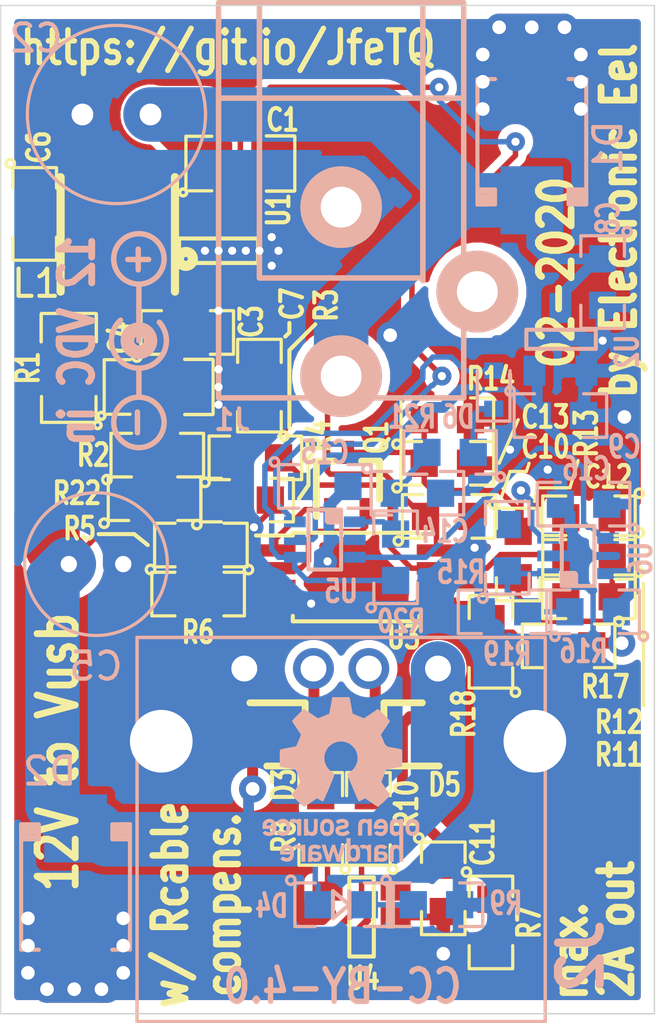
<source format=kicad_pcb>
(kicad_pcb (version 20171130) (host pcbnew 5.1.5-1.fc31)
  (layers (0 F.Cu signal) (31 B.Cu signal) (34 B.Paste user) (35 F.Paste user) (36 B.SilkS user) (37 F.SilkS user) (38 B.Mask user) (39 F.Mask user) (44 Edge.Cuts user))
  (net 0 "")
  (net 1 +12V)
  (net 2 GND)
  (net 3 /BeforeShunt)
  (net 4 +5VP)
  (net 5 "Net-(C6-Pad2)")
  (net 6 "Net-(C6-Pad1)")
  (net 7 /Vfb)
  (net 8 +5V)
  (net 9 "Net-(C12-Pad1)")
  (net 10 /CableComp)
  (net 11 /Isense)
  (net 12 /OCPhold)
  (net 13 /DP)
  (net 14 "Net-(D4-Pad1)")
  (net 15 /DM)
  (net 16 "Net-(D6-Pad2)")
  (net 17 "Net-(D6-Pad1)")
  (net 18 "Net-(J1-Pad3)")
  (net 19 "Net-(Q1-Pad1)")
  (net 20 "Net-(Q1-Pad2)")
  (net 21 "Net-(R6-Pad1)")
  (net 22 "Net-(R7-Pad2)")
  (net 23 "Net-(R8-Pad1)")
  (net 24 "Net-(R10-Pad1)")
  (net 25 /OCPtrigger)
  (net 26 /OCPref)
  (net 27 "Net-(R17-Pad2)")
  (net 28 /RegEn)
  (module Symbol:Symbol_Barrel_Polarity (layer B.Cu) (at 108.65 109.3 90)
    (fp_text reference REF** hide)
    (fp_text value Symbol_Barrel_Polarity)
  )
  (module Symbol:OSHW-Logo_5.7x6mm_SilkScreen (layer B.Cu) (at 116 125.4 180)
    (fp_text reference REF** hide)
    (fp_text value OSHW-Logo_5.7x6mm_SilkScreen hide)
  )
  (module modules:SMD0603-wide-R (layer F.Cu) (at 110.7491 118.6 180)
    (fp_text reference R6 (at 0 -1.39954) (layer F.SilkS) (effects (font (size 0.8 0.6))))
    (fp_text value 100R)
    (pad 2 smd rect (at 0.8509 0 180) (size 1.00076 1.00076) (layers F.Cu F.Paste F.Mask) (net 4 +5VP))
    (pad 1 smd rect (at -0.8509 0 180) (size 1.00076 1.00076) (layers F.Cu F.Paste F.Mask) (net 21 "Net-(R6-Pad1)"))
  )
  (module modules:SMD0603-wide-C (layer F.Cu) (at 119.75 129.3991 270)
    (fp_text reference C11 (at -1.6991 -1.45 90) (layer F.SilkS) (effects (font (size 0.8 0.6))))
    (fp_text value 100nF)
    (pad 1 smd rect (at -0.8509 0 270) (size 1.00076 1.00076) (layers F.Cu F.Paste F.Mask) (net 4 +5VP))
    (pad 2 smd rect (at 0.8509 0 270) (size 1.00076 1.00076) (layers F.Cu F.Paste F.Mask) (net 2 GND))
  )
  (module modules:SMD0603-wide-R (layer B.Cu) (at 120 113.4 180)
    (fp_text reference R21 (at 1.4 1.3) (layer B.SilkS) (effects (font (size 0.8 0.6)) (justify mirror)))
    (fp_text value 47R)
    (pad 2 smd rect (at 0.8509 0 180) (size 1.00076 1.00076) (layers B.Cu B.Paste B.Mask) (net 12 /OCPhold))
    (pad 1 smd rect (at -0.8509 0 180) (size 1.00076 1.00076) (layers B.Cu B.Paste B.Mask) (net 17 "Net-(D6-Pad1)"))
  )
  (module modules:SMD0603-wide-C (layer F.Cu) (at 119.8991 113.8)
    (fp_text reference C13 (at 3.6009 -1.7 180) (layer F.SilkS) (effects (font (size 0.8 0.6))))
    (fp_text value 1µF)
    (pad 1 smd rect (at -0.8509 0) (size 1.00076 1.00076) (layers F.Cu F.Paste F.Mask) (net 11 /Isense))
    (pad 2 smd rect (at 0.8509 0) (size 1.00076 1.00076) (layers F.Cu F.Paste F.Mask) (net 2 GND))
  )
  (module modules:SMD0603-wide-C (layer B.Cu) (at 125.6 107.15 270)
    (fp_text reference C8 (at -2.35 -0.2 90) (layer B.SilkS) (effects (font (size 0.8 0.6)) (justify mirror)))
    (fp_text value 1µF)
    (pad 2 smd rect (at 0.8509 0 270) (size 1.00076 1.00076) (layers B.Cu B.Paste B.Mask) (net 2 GND))
    (pad 1 smd rect (at -0.8509 0 270) (size 1.00076 1.00076) (layers B.Cu B.Paste B.Mask) (net 1 +12V))
  )
  (module modules:SMD0603-wide-R (layer F.Cu) (at 122.5 117.1491 270)
    (fp_text reference R13 (at -4.4491 -2.5 90) (layer F.SilkS) (effects (font (size 0.8 0.6))))
    (fp_text value 4.7K)
    (pad 1 smd rect (at -0.8509 0 270) (size 1.00076 1.00076) (layers F.Cu F.Paste F.Mask) (net 11 /Isense))
    (pad 2 smd rect (at 0.8509 0 270) (size 1.00076 1.00076) (layers F.Cu F.Paste F.Mask) (net 9 "Net-(C12-Pad1)"))
  )
  (module modules:SOT-323-wide (layer F.Cu) (at 113.95 123.75)
    (fp_text reference D3 (at -0.05 1.85 90) (layer F.SilkS) (effects (font (size 0.8 0.6))))
    (fp_text value BAT54SW)
    (pad 1 smd rect (at -1.05 -0.65 270) (size 0.45 0.85) (layers F.Cu F.Paste F.Mask) (net 2 GND))
    (pad 2 smd rect (at -1.05 0.65 270) (size 0.45 0.85) (layers F.Cu F.Paste F.Mask) (net 4 +5VP))
    (pad 3 smd rect (at 1.05 0 270) (size 0.45 0.85) (layers F.Cu F.Paste F.Mask) (net 13 /DP))
  )
  (module modules:SMD0603-wide-C (layer F.Cu) (at 119.9491 115.75)
    (fp_text reference C10 (at 3.5509 -2.55) (layer F.SilkS) (effects (font (size 0.8 0.6))))
    (fp_text value 100nF)
    (pad 2 smd rect (at 0.8509 0) (size 1.00076 1.00076) (layers F.Cu F.Paste F.Mask) (net 2 GND))
    (pad 1 smd rect (at -0.8509 0) (size 1.00076 1.00076) (layers F.Cu F.Paste F.Mask) (net 1 +12V))
  )
  (module modules:SMD0805-wide-R (layer F.Cu) (at 106 110.29982 90)
    (fp_text reference R1 (at 0 -1.50114 90) (layer F.SilkS) (effects (font (size 0.8 0.6))))
    (fp_text value 0.075)
    (pad 1 smd rect (at -1.09982 0 90) (size 1.19888 1.397) (layers F.Cu F.Paste F.Mask) (net 4 +5VP))
    (pad 2 smd rect (at 1.09982 0 90) (size 1.19888 1.397) (layers F.Cu F.Paste F.Mask) (net 3 /BeforeShunt))
  )
  (module Package_SO:TSSOP-8_4.4x3mm_P0.65mm (layer F.Cu) (at 116.55 117.975)
    (fp_text reference U3 (at 1.75 2.225) (layer F.SilkS) (effects (font (size 0.8 0.6))))
    (fp_text value TS272)
    (pad 1 smd rect (at -2.95 -0.975) (size 1.45 0.45) (layers F.Cu F.Paste F.Mask) (net 19 "Net-(Q1-Pad1)"))
    (pad 2 smd rect (at -2.95 -0.325) (size 1.45 0.45) (layers F.Cu F.Paste F.Mask) (net 20 "Net-(Q1-Pad2)"))
    (pad 3 smd rect (at -2.95 0.325) (size 1.45 0.45) (layers F.Cu F.Paste F.Mask) (net 21 "Net-(R6-Pad1)"))
    (pad 4 smd rect (at -2.95 0.975) (size 1.45 0.45) (layers F.Cu F.Paste F.Mask) (net 2 GND))
    (pad 5 smd rect (at 2.95 0.975) (size 1.45 0.45) (layers F.Cu F.Paste F.Mask) (net 27 "Net-(R17-Pad2)"))
    (pad 6 smd rect (at 2.95 0.325) (size 1.45 0.45) (layers F.Cu F.Paste F.Mask) (net 9 "Net-(C12-Pad1)"))
    (pad 7 smd rect (at 2.95 -0.325) (size 1.45 0.45) (layers F.Cu F.Paste F.Mask) (net 10 /CableComp))
    (pad 8 smd rect (at 2.95 -0.975) (size 1.45 0.45) (layers F.Cu F.Paste F.Mask) (net 1 +12V))
  )
  (module modules:SMD0603-wide-R (layer B.Cu) (at 118 117.25 90)
    (fp_text reference R20 (at -2.35 0.2 180) (layer B.SilkS) (effects (font (size 0.8 0.6)) (justify mirror)))
    (fp_text value 2.2M)
    (pad 1 smd rect (at -0.8509 0 90) (size 1.00076 1.00076) (layers B.Cu B.Paste B.Mask) (net 16 "Net-(D6-Pad2)"))
    (pad 2 smd rect (at 0.8509 0 90) (size 1.00076 1.00076) (layers B.Cu B.Paste B.Mask) (net 12 /OCPhold))
  )
  (module modules:SMD0603-wide-R (layer B.Cu) (at 122.1 116.9 90)
    (fp_text reference R15 (at -0.9 -1.7 180) (layer B.SilkS) (effects (font (size 0.8 0.6)) (justify mirror)))
    (fp_text value 620K)
    (pad 2 smd rect (at 0.8509 0 90) (size 1.00076 1.00076) (layers B.Cu B.Paste B.Mask) (net 25 /OCPtrigger))
    (pad 1 smd rect (at -0.8509 0 90) (size 1.00076 1.00076) (layers B.Cu B.Paste B.Mask) (net 26 /OCPref))
  )
  (module modules:SMD0603-wide-R (layer F.Cu) (at 124.3509 120.5 180)
    (fp_text reference R17 (at -1.3491 -1.5) (layer F.SilkS) (effects (font (size 0.8 0.6))))
    (fp_text value 75K)
    (pad 2 smd rect (at 0.8509 0 180) (size 1.00076 1.00076) (layers F.Cu F.Paste F.Mask) (net 27 "Net-(R17-Pad2)"))
    (pad 1 smd rect (at -0.8509 0 180) (size 1.00076 1.00076) (layers F.Cu F.Paste F.Mask) (net 8 +5V))
  )
  (module modules:SMD0603-wide-R (layer F.Cu) (at 121.5 130.6491 270)
    (fp_text reference R7 (at 0 -1.39954 90) (layer F.SilkS) (effects (font (size 0.8 0.6))))
    (fp_text value 1K)
    (pad 1 smd rect (at -0.8509 0 270) (size 1.00076 1.00076) (layers F.Cu F.Paste F.Mask) (net 4 +5VP))
    (pad 2 smd rect (at 0.8509 0 270) (size 1.00076 1.00076) (layers F.Cu F.Paste F.Mask) (net 22 "Net-(R7-Pad2)"))
  )
  (module modules:SMD0603-wide-R (layer F.Cu) (at 117 126.8509 90)
    (fp_text reference R10 (at 0.5509 1.4 90) (layer F.SilkS) (effects (font (size 0.8 0.6))))
    (fp_text value 10R)
    (pad 1 smd rect (at -0.8509 0 90) (size 1.00076 1.00076) (layers F.Cu F.Paste F.Mask) (net 24 "Net-(R10-Pad1)"))
    (pad 2 smd rect (at 0.8509 0 90) (size 1.00076 1.00076) (layers F.Cu F.Paste F.Mask) (net 15 /DM))
  )
  (module modules:SMD0603-wide-R (layer F.Cu) (at 125.1009 117.25 180)
    (fp_text reference R12 (at -1.0991 -6.05) (layer F.SilkS) (effects (font (size 0.8 0.6))))
    (fp_text value 2.2K)
    (pad 2 smd rect (at 0.8509 0 180) (size 1.00076 1.00076) (layers F.Cu F.Paste F.Mask) (net 10 /CableComp))
    (pad 1 smd rect (at -0.8509 0 180) (size 1.00076 1.00076) (layers F.Cu F.Paste F.Mask) (net 9 "Net-(C12-Pad1)"))
  )
  (module Diode_SMD:D_SOD-523 (layer B.Cu) (at 121.6 111.1 90)
    (fp_text reference D6 (at -1 -1.3 180) (layer B.SilkS) (effects (font (size 0.8 0.6)) (justify mirror)))
    (fp_text value RB521S-30)
    (pad 2 smd rect (at 0.7 0 270) (size 0.6 0.7) (layers B.Cu B.Paste B.Mask) (net 16 "Net-(D6-Pad2)"))
    (pad 1 smd rect (at -0.7 0 270) (size 0.6 0.7) (layers B.Cu B.Paste B.Mask) (net 17 "Net-(D6-Pad1)"))
  )
  (module modules:SMB_Diode (layer B.Cu) (at 123 102 90)
    (fp_text reference D1 (at -0.2 2.8 90) (layer B.SilkS) (effects (justify mirror)))
    (fp_text value SMBJ12A)
    (pad 2 smd rect (at 2.14884 0 90) (size 2.49936 2.30124) (layers B.Cu B.Paste B.Mask) (net 2 GND))
    (pad 1 smd rect (at -2.14884 0 90) (size 2.49936 2.30124) (layers B.Cu B.Paste B.Mask) (net 1 +12V))
  )
  (module modules:SMD0603-wide-C (layer B.Cu) (at 124.9 115.3 180)
    (fp_text reference C16 (at -0.1 1.3) (layer B.SilkS) (effects (font (size 0.8 0.6)) (justify mirror)))
    (fp_text value 100nF)
    (pad 2 smd rect (at 0.8509 0 180) (size 1.00076 1.00076) (layers B.Cu B.Paste B.Mask) (net 2 GND))
    (pad 1 smd rect (at -0.8509 0 180) (size 1.00076 1.00076) (layers B.Cu B.Paste B.Mask) (net 8 +5V))
  )
  (module modules:SMD0805-wide-C (layer F.Cu) (at 112.30018 102.8)
    (fp_text reference C1 (at 1.54982 -1.6) (layer F.SilkS) (effects (font (size 0.8 0.6))))
    (fp_text value 4.7µ)
    (pad 1 smd rect (at -1.09982 0) (size 1.19888 1.397) (layers F.Cu F.Paste F.Mask) (net 1 +12V))
    (pad 2 smd rect (at 1.09982 0) (size 1.19888 1.397) (layers F.Cu F.Paste F.Mask) (net 2 GND))
  )
  (module modules:SMB_Diode (layer B.Cu) (at 106.25 129.35116 270)
    (fp_text reference D2 (at -4.25116 0.95 180) (layer B.SilkS) (effects (justify mirror)))
    (fp_text value SMBJ5A)
    (pad 1 smd rect (at -2.14884 0 270) (size 2.49936 2.30124) (layers B.Cu B.Paste B.Mask) (net 4 +5VP))
    (pad 2 smd rect (at 2.14884 0 270) (size 2.49936 2.30124) (layers B.Cu B.Paste B.Mask) (net 2 GND))
  )
  (module modules:SMD0603-wide-C (layer F.Cu) (at 113 110.9509 90)
    (fp_text reference C7 (at 3.0009 1.2 90) (layer F.SilkS) (effects (font (size 0.8 0.6))))
    (fp_text value 22pF)
    (pad 1 smd rect (at -0.8509 0 90) (size 1.00076 1.00076) (layers F.Cu F.Paste F.Mask) (net 3 /BeforeShunt))
    (pad 2 smd rect (at 0.8509 0 90) (size 1.00076 1.00076) (layers F.Cu F.Paste F.Mask) (net 7 /Vfb))
  )
  (module modules:SMD0603-wide-diode (layer B.Cu) (at 116 130)
    (fp_text reference D4 (at -2.55 0.05) (layer B.SilkS) (effects (font (size 0.8 0.6)) (justify mirror)))
    (fp_text value NCD0603G1)
    (pad 2 smd rect (at -0.8509 0) (size 1.00076 1.00076) (layers B.Cu B.Paste B.Mask) (net 4 +5VP))
    (pad 1 smd rect (at 0.8509 0) (size 1.00076 1.00076) (layers B.Cu B.Paste B.Mask) (net 14 "Net-(D4-Pad1)"))
  )
  (module modules:SC-70-5-wide (layer B.Cu) (at 124.7 117.2 90)
    (fp_text reference U6 (at -0.1 2.3 270) (layer B.SilkS) (effects (font (size 0.8 0.6)) (justify mirror)))
    (fp_text value TP1941U)
    (pad 1 smd rect (at -0.65 -1.1 90) (size 0.4 0.8) (layers B.Cu B.Paste B.Mask) (net 26 /OCPref))
    (pad 3 smd rect (at 0.65 -1.1 90) (size 0.4 0.8) (layers B.Cu B.Paste B.Mask) (net 11 /Isense))
    (pad 2 smd rect (at 0 -1.1 90) (size 0.4 0.8) (layers B.Cu B.Paste B.Mask) (net 2 GND))
    (pad 4 smd rect (at 0.65 1.1 90) (size 0.4 0.8) (layers B.Cu B.Paste B.Mask) (net 25 /OCPtrigger))
    (pad 5 smd rect (at -0.65 1.1 90) (size 0.4 0.8) (layers B.Cu B.Paste B.Mask) (net 8 +5V))
  )
  (module modules:SMD0603-wide-C (layer B.Cu) (at 124.05 112.05)
    (fp_text reference C9 (at 2.35 1.15) (layer B.SilkS) (effects (font (size 0.8 0.6)) (justify mirror)))
    (fp_text value 1µF)
    (pad 1 smd rect (at -0.8509 0) (size 1.00076 1.00076) (layers B.Cu B.Paste B.Mask) (net 8 +5V))
    (pad 2 smd rect (at 0.8509 0) (size 1.00076 1.00076) (layers B.Cu B.Paste B.Mask) (net 2 GND))
  )
  (module modules:SOT-23-6 (layer F.Cu) (at 111.5 106 90)
    (fp_text reference U1 (at 1.5 2.2 90) (layer F.SilkS) (effects (font (size 0.8 0.6))))
    (fp_text value SY8113B)
    (pad 1 smd rect (at -1.25 -0.95 90) (size 1.1 0.7) (layers F.Cu F.Paste F.Mask) (net 5 "Net-(C6-Pad2)"))
    (pad 2 smd rect (at -1.25 0 90) (size 1.1 0.7) (layers F.Cu F.Paste F.Mask) (net 2 GND))
    (pad 3 smd rect (at -1.25 0.95 90) (size 1.1 0.7) (layers F.Cu F.Paste F.Mask) (net 7 /Vfb))
    (pad 4 smd rect (at 1.25 0.95 90) (size 1.1 0.7) (layers F.Cu F.Paste F.Mask) (net 28 /RegEn))
    (pad 5 smd rect (at 1.25 0 90) (size 1.1 0.7) (layers F.Cu F.Paste F.Mask) (net 1 +12V))
    (pad 6 smd rect (at 1.25 -0.95 90) (size 1.1 0.7) (layers F.Cu F.Paste F.Mask) (net 6 "Net-(C6-Pad1)"))
  )
  (module modules:SOT-23 (layer B.Cu) (at 124.05 109.25 180)
    (fp_text reference U2 (at -2.45 -0.45 270) (layer B.SilkS) (effects (font (size 0.8 0.6)) (justify mirror)))
    (fp_text value SE8550X)
    (pad 3 smd rect (at 0 1.15 180) (size 0.8001 1.1) (layers B.Cu B.Paste B.Mask) (net 1 +12V))
    (pad 2 smd rect (at 0.9525 -1.15 180) (size 0.8001 1.1) (layers B.Cu B.Paste B.Mask) (net 8 +5V))
    (pad 1 smd rect (at -0.9525 -1.15 180) (size 0.8001 1.1) (layers B.Cu B.Paste B.Mask) (net 2 GND))
  )
  (module modules:Fastron-1616FPS (layer F.Cu) (at 107.8 105.4 90)
    (fp_text reference L1 (at -1.8 -3) (layer F.SilkS))
    (fp_text value 4.7µH)
    (pad 1 smd rect (at -1.7 0 90) (size 1.8 3.8) (layers F.Cu F.Paste F.Mask) (net 3 /BeforeShunt))
    (pad 2 smd rect (at 1.7 0 90) (size 1.8 3.8) (layers F.Cu F.Paste F.Mask) (net 6 "Net-(C6-Pad1)"))
  )
  (module modules:SMD0603-wide-R (layer F.Cu) (at 109.2491 113.5)
    (fp_text reference R2 (at -2.3491 0) (layer F.SilkS) (effects (font (size 0.8 0.6))))
    (fp_text value 75K)
    (pad 1 smd rect (at -0.8509 0) (size 1.00076 1.00076) (layers F.Cu F.Paste F.Mask) (net 4 +5VP))
    (pad 2 smd rect (at 0.8509 0) (size 1.00076 1.00076) (layers F.Cu F.Paste F.Mask) (net 7 /Vfb))
  )
  (module modules:SMD0603-wide-C (layer F.Cu) (at 125.0991 115.8 180)
    (fp_text reference C12 (at -0.7009 1.5) (layer F.SilkS) (effects (font (size 0.8 0.6))))
    (fp_text value DNP)
    (pad 1 smd rect (at -0.8509 0 180) (size 1.00076 1.00076) (layers F.Cu F.Paste F.Mask) (net 9 "Net-(C12-Pad1)"))
    (pad 2 smd rect (at 0.8509 0 180) (size 1.00076 1.00076) (layers F.Cu F.Paste F.Mask) (net 10 /CableComp))
  )
  (module modules:SMD0603-wide-C (layer B.Cu) (at 115.4 114.65)
    (fp_text reference C15 (at 0 -1.25) (layer B.SilkS) (effects (font (size 0.8 0.6)) (justify mirror)))
    (fp_text value 100nF)
    (pad 2 smd rect (at 0.8509 0) (size 1.00076 1.00076) (layers B.Cu B.Paste B.Mask) (net 2 GND))
    (pad 1 smd rect (at -0.8509 0) (size 1.00076 1.00076) (layers B.Cu B.Paste B.Mask) (net 8 +5V))
  )
  (module modules:SMD0603-wide-R (layer F.Cu) (at 110.8509 116.8)
    (fp_text reference R5 (at -4.4509 -0.6 180) (layer F.SilkS) (effects (font (size 0.8 0.6))))
    (fp_text value 100R)
    (pad 2 smd rect (at 0.8509 0) (size 1.00076 1.00076) (layers F.Cu F.Paste F.Mask) (net 20 "Net-(Q1-Pad2)"))
    (pad 1 smd rect (at -0.8509 0) (size 1.00076 1.00076) (layers F.Cu F.Paste F.Mask) (net 3 /BeforeShunt))
  )
  (module modules:SMD0603-wide-R (layer B.Cu) (at 125.25 119.25 180)
    (fp_text reference R16 (at 0.35 -1.45) (layer B.SilkS) (effects (font (size 0.8 0.6)) (justify mirror)))
    (fp_text value 47K)
    (pad 1 smd rect (at -0.8509 0 180) (size 1.00076 1.00076) (layers B.Cu B.Paste B.Mask) (net 8 +5V))
    (pad 2 smd rect (at 0.8509 0 180) (size 1.00076 1.00076) (layers B.Cu B.Paste B.Mask) (net 26 /OCPref))
  )
  (module modules:SMD0603-wide-R (layer F.Cu) (at 115.25 126.8509 90)
    (fp_text reference R8 (at -0.6491 -1.35 90) (layer F.SilkS) (effects (font (size 0.8 0.6))))
    (fp_text value 10R)
    (pad 2 smd rect (at 0.8509 0 90) (size 1.00076 1.00076) (layers F.Cu F.Paste F.Mask) (net 13 /DP))
    (pad 1 smd rect (at -0.8509 0 90) (size 1.00076 1.00076) (layers F.Cu F.Paste F.Mask) (net 23 "Net-(R8-Pad1)"))
  )
  (module modules:SMD0603-wide-C (layer B.Cu) (at 118.8 114.9)
    (fp_text reference C14 (at 1 1.4) (layer B.SilkS) (effects (font (size 0.8 0.6)) (justify mirror)))
    (fp_text value 1µF)
    (pad 1 smd rect (at -0.8509 0) (size 1.00076 1.00076) (layers B.Cu B.Paste B.Mask) (net 12 /OCPhold))
    (pad 2 smd rect (at 0.8509 0) (size 1.00076 1.00076) (layers B.Cu B.Paste B.Mask) (net 2 GND))
  )
  (module modules:SMD0603-wide-C (layer F.Cu) (at 104.75 104.6491 270)
    (fp_text reference C6 (at -2.4491 -0.15 90) (layer F.SilkS) (effects (font (size 0.8 0.6))))
    (fp_text value 100nF)
    (pad 2 smd rect (at 0.8509 0 270) (size 1.00076 1.00076) (layers F.Cu F.Paste F.Mask) (net 5 "Net-(C6-Pad2)"))
    (pad 1 smd rect (at -0.8509 0 270) (size 1.00076 1.00076) (layers F.Cu F.Paste F.Mask) (net 6 "Net-(C6-Pad1)"))
  )
  (module modules:SC-70-6-wide (layer B.Cu) (at 115.4 116.6 270)
    (fp_text reference U5 (at 1.9 -0.6 180) (layer B.SilkS) (effects (font (size 0.8 0.6)) (justify mirror)))
    (fp_text value 74LVC2G14)
    (pad 1 smd rect (at -0.65 -1.1 270) (size 0.4 0.8) (layers B.Cu B.Paste B.Mask) (net 12 /OCPhold))
    (pad 3 smd rect (at 0.65 -1.1 270) (size 0.4 0.8) (layers B.Cu B.Paste B.Mask) (net 25 /OCPtrigger))
    (pad 2 smd rect (at 0 -1.1 270) (size 0.4 0.8) (layers B.Cu B.Paste B.Mask) (net 2 GND))
    (pad 4 smd rect (at 0.65 1.1 270) (size 0.4 0.8) (layers B.Cu B.Paste B.Mask) (net 16 "Net-(D6-Pad2)"))
    (pad 6 smd rect (at -0.65 1.1 270) (size 0.4 0.8) (layers B.Cu B.Paste B.Mask) (net 28 /RegEn))
    (pad 5 smd rect (at 0 1.1 270) (size 0.4 0.8) (layers B.Cu B.Paste B.Mask) (net 8 +5V))
  )
  (module modules:SMD0603-wide-C (layer F.Cu) (at 110.3491 109)
    (fp_text reference C3 (at 2.3509 -0.4 90) (layer F.SilkS) (effects (font (size 0.8 0.6))))
    (fp_text value 1µF)
    (pad 2 smd rect (at 0.8509 0) (size 1.00076 1.00076) (layers F.Cu F.Paste F.Mask) (net 2 GND))
    (pad 1 smd rect (at -0.8509 0) (size 1.00076 1.00076) (layers F.Cu F.Paste F.Mask) (net 3 /BeforeShunt))
  )
  (module modules:SMD0805-wide-C (layer F.Cu) (at 109.30018 111)
    (fp_text reference C4 (at -1.40018 -1.8 90) (layer F.SilkS) (effects (font (size 0.8 0.6))))
    (fp_text value 4.7µ)
    (pad 2 smd rect (at 1.09982 0) (size 1.19888 1.397) (layers F.Cu F.Paste F.Mask) (net 2 GND))
    (pad 1 smd rect (at -1.09982 0) (size 1.19888 1.397) (layers F.Cu F.Paste F.Mask) (net 4 +5VP))
  )
  (module modules:SMD0603-wide-R (layer F.Cu) (at 112.8509 113.6)
    (fp_text reference R3 (at 2.5991 -5.6 90) (layer F.SilkS) (effects (font (size 0.8 0.6))))
    (fp_text value 47K)
    (pad 2 smd rect (at 0.8509 0) (size 1.00076 1.00076) (layers F.Cu F.Paste F.Mask) (net 10 /CableComp))
    (pad 1 smd rect (at -0.8509 0) (size 1.00076 1.00076) (layers F.Cu F.Paste F.Mask) (net 7 /Vfb))
  )
  (module Capacitor_THT:C_Radial_D6.3mm_H11.0mm_P2.50mm (layer B.Cu) (at 109 101 180)
    (fp_text reference C2 (at 4.2 2.8) (layer B.SilkS) (effects (justify mirror)))
    (fp_text value "470µF 16V polymer" hide)
    (pad 1 thru_hole circle (at 0 0 180) (size 1.6 1.6) (drill 0.8) (layers *.Cu *.Mask) (net 1 +12V))
    (pad 2 thru_hole circle (at 2.5 0 180) (size 1.6 1.6) (drill 0.8) (layers *.Cu *.Mask) (net 2 GND))
  )
  (module modules:SMD0603-wide-R (layer F.Cu) (at 125.1009 118.7 180)
    (fp_text reference R11 (at -1.0991 -5.8) (layer F.SilkS) (effects (font (size 0.8 0.6))))
    (fp_text value 47K)
    (pad 1 smd rect (at -0.8509 0 180) (size 1.00076 1.00076) (layers F.Cu F.Paste F.Mask) (net 9 "Net-(C12-Pad1)"))
    (pad 2 smd rect (at 0.8509 0 180) (size 1.00076 1.00076) (layers F.Cu F.Paste F.Mask) (net 10 /CableComp))
  )
  (module modules:SOT-23-5 (layer F.Cu) (at 116.75 130.45 180)
    (fp_text reference U4 (at -0.05 -2.25) (layer F.SilkS) (effects (font (size 0.8 0.6))))
    (fp_text value SE2515)
    (pad 1 smd rect (at -1.25 -0.95 180) (size 1.1 0.7) (layers F.Cu F.Paste F.Mask) (net 22 "Net-(R7-Pad2)"))
    (pad 2 smd rect (at -1.25 0 180) (size 1.1 0.7) (layers F.Cu F.Paste F.Mask) (net 2 GND))
    (pad 3 smd rect (at -1.25 0.95 180) (size 1.1 0.7) (layers F.Cu F.Paste F.Mask) (net 4 +5VP))
    (pad 4 smd rect (at 1.25 0.95 180) (size 1.1 0.7) (layers F.Cu F.Paste F.Mask) (net 23 "Net-(R8-Pad1)"))
    (pad 5 smd rect (at 1.25 -0.95 180) (size 1.1 0.7) (layers F.Cu F.Paste F.Mask) (net 24 "Net-(R10-Pad1)"))
  )
  (module Capacitor_THT:C_Radial_D5.0mm_H7.0mm_P2.00mm (layer B.Cu) (at 106 117.5)
    (fp_text reference C5 (at 1 3.75) (layer B.SilkS) (effects (justify mirror)))
    (fp_text value "220µF 6.3V polymer" hide)
    (pad 1 thru_hole circle (at 0 0) (size 1.2 1.2) (drill 0.6) (layers *.Cu *.Mask) (net 4 +5VP))
    (pad 2 thru_hole circle (at 2 0) (size 1.2 1.2) (drill 0.6) (layers *.Cu *.Mask) (net 2 GND))
  )
  (module modules:SMD0603-wide-R (layer B.Cu) (at 122 119.25 180)
    (fp_text reference R19 (at -0.1 -1.55) (layer B.SilkS) (effects (font (size 0.8 0.6)) (justify mirror)))
    (fp_text value 4.7K)
    (pad 2 smd rect (at 0.8509 0 180) (size 1.00076 1.00076) (layers B.Cu B.Paste B.Mask) (net 2 GND))
    (pad 1 smd rect (at -0.8509 0 180) (size 1.00076 1.00076) (layers B.Cu B.Paste B.Mask) (net 26 /OCPref))
  )
  (module modules:SMD0603-wide-R (layer F.Cu) (at 112.5491 115.15)
    (fp_text reference R4 (at 2.6509 -2.35 270) (layer F.SilkS) (effects (font (size 0.8 0.6))))
    (fp_text value 10K)
    (pad 2 smd rect (at 0.8509 0) (size 1.00076 1.00076) (layers F.Cu F.Paste F.Mask) (net 2 GND))
    (pad 1 smd rect (at -0.8509 0) (size 1.00076 1.00076) (layers F.Cu F.Paste F.Mask) (net 7 /Vfb))
  )
  (module modules:SMD0603-wide-R (layer F.Cu) (at 121.5 120.3509 90)
    (fp_text reference R18 (at -2.6491 -1 270) (layer F.SilkS) (effects (font (size 0.8 0.6))))
    (fp_text value 6.8K)
    (pad 1 smd rect (at -0.8509 0 90) (size 1.00076 1.00076) (layers F.Cu F.Paste F.Mask) (net 2 GND))
    (pad 2 smd rect (at 0.8509 0 90) (size 1.00076 1.00076) (layers F.Cu F.Paste F.Mask) (net 27 "Net-(R17-Pad2)"))
  )
  (module modules:SOT-323-wide (layer F.Cu) (at 116.25 114.45 90)
    (fp_text reference Q1 (at 1.6 1.05 270) (layer F.SilkS) (effects (font (size 0.8 0.6))))
    (fp_text value BSS84)
    (pad 1 smd rect (at -1.05 -0.65) (size 0.45 0.85) (layers F.Cu F.Paste F.Mask) (net 19 "Net-(Q1-Pad1)"))
    (pad 2 smd rect (at -1.05 0.65) (size 0.45 0.85) (layers F.Cu F.Paste F.Mask) (net 20 "Net-(Q1-Pad2)"))
    (pad 3 smd rect (at 1.05 0) (size 0.45 0.85) (layers F.Cu F.Paste F.Mask) (net 11 /Isense))
  )
  (module modules:SOT-323-wide (layer F.Cu) (at 118.3 123.75 180)
    (fp_text reference D5 (at -1.5 -1.85) (layer F.SilkS) (effects (font (size 0.8 0.6))))
    (fp_text value BAT54SW)
    (pad 3 smd rect (at 1.05 0 90) (size 0.45 0.85) (layers F.Cu F.Paste F.Mask) (net 15 /DM))
    (pad 2 smd rect (at -1.05 0.65 90) (size 0.45 0.85) (layers F.Cu F.Paste F.Mask) (net 4 +5VP))
    (pad 1 smd rect (at -1.05 -0.65 90) (size 0.45 0.85) (layers F.Cu F.Paste F.Mask) (net 2 GND))
  )
  (module modules:SMD0603-wide-R (layer F.Cu) (at 119.8991 112.2)
    (fp_text reference R14 (at 1.6009 -1.5) (layer F.SilkS) (effects (font (size 0.8 0.6))))
    (fp_text value 270)
    (pad 1 smd rect (at -0.8509 0) (size 1.00076 1.00076) (layers F.Cu F.Paste F.Mask) (net 11 /Isense))
    (pad 2 smd rect (at 0.8509 0) (size 1.00076 1.00076) (layers F.Cu F.Paste F.Mask) (net 2 GND))
  )
  (module modules:SMD0603-wide-R (layer B.Cu) (at 119.5 130)
    (fp_text reference R9 (at 2.55 -0.05) (layer B.SilkS) (effects (font (size 0.8 0.6)) (justify mirror)))
    (fp_text value 27K)
    (pad 1 smd rect (at -0.8509 0) (size 1.00076 1.00076) (layers B.Cu B.Paste B.Mask) (net 14 "Net-(D4-Pad1)"))
    (pad 2 smd rect (at 0.8509 0) (size 1.00076 1.00076) (layers B.Cu B.Paste B.Mask) (net 2 GND))
  )
  (module modules:USB_A (layer B.Cu) (at 116 121.333 270)
    (fp_text reference J2 (at 10.567 -8.8 270) (layer B.SilkS) (effects (font (size 1.524 1.524) (thickness 0.3048)) (justify mirror)))
    (fp_text value USB_A hide)
    (pad 4 thru_hole circle (at 0 3.556 270) (size 1.50114 1.50114) (drill 0.95) (layers *.Cu *.Mask) (net 2 GND))
    (pad 3 thru_hole circle (at 0 1.016 270) (size 1.50114 1.50114) (drill 0.95) (layers *.Cu *.Mask) (net 13 /DP))
    (pad 2 thru_hole circle (at 0 -1.016 270) (size 1.50114 1.50114) (drill 0.95) (layers *.Cu *.Mask) (net 15 /DM))
    (pad 1 thru_hole circle (at 0 -3.556 270) (size 1.50114 1.50114) (drill 0.95) (layers *.Cu *.Mask) (net 4 +5VP))
    (pad 5 thru_hole circle (at 2.667 6.604 270) (size 4.0005 4.0005) (drill 2.3) (layers *.Cu *.Mask) (net 2 GND))
    (pad 5 thru_hole circle (at 2.667 -7.112 270) (size 4.0005 4.0005) (drill 2.3) (layers *.Cu *.Mask) (net 2 GND))
  )
  (module modules:Cliff_FCR681465P_barrel_jack (layer B.Cu) (at 116 107.5 180)
    (fp_text reference J1 (at 4 -4.7 180) (layer B.SilkS) (effects (font (size 0.762 0.762) (thickness 0.1524)) (justify mirror)))
    (fp_text value FCR681465P hide)
    (pad 1 thru_hole circle (at 0 -3.1 180) (size 3 3) (drill 1.5) (layers *.Cu *.Mask B.SilkS) (net 1 +12V))
    (pad 2 thru_hole circle (at 0 3.1 180) (size 3 3) (drill 1.5) (layers *.Cu *.Mask B.SilkS) (net 2 GND))
    (pad 3 thru_hole circle (at -5 0 180) (size 3 3) (drill 1.5) (layers *.Cu *.Mask B.SilkS) (net 18 "Net-(J1-Pad3)"))
  )
  (module modules:SMD0603-wide-R (layer F.Cu) (at 109.1491 115.1)
    (fp_text reference R22 (at -2.8491 -0.2) (layer F.SilkS) (effects (font (size 0.8 0.6))))
    (fp_text value 4.7M)
    (pad 1 smd rect (at -0.8509 0) (size 1.00076 1.00076) (layers F.Cu F.Paste F.Mask) (net 4 +5VP))
    (pad 2 smd rect (at 0.8509 0) (size 1.00076 1.00076) (layers F.Cu F.Paste F.Mask) (net 7 /Vfb))
  )
  (gr_text CC-BY-4.0 (at 116.05 133) (layer B.SilkS) (effects (font (size 1.2 1) (thickness 0.2)) (justify mirror)))
  (gr_text https://git.io/JfeTQ (at 111.85 98.55) (layer F.SilkS) (effects (font (size 1.2 1) (thickness 0.2))))
  (gr_line (start 108.4 116.4) (end 108.9 116.8) (layer F.SilkS) (width 0.15))
  (gr_line (start 107.1 116.4) (end 108.4 116.4) (layer F.SilkS) (width 0.15))
  (gr_line (start 114.8 114.6) (end 114.45 115.1) (layer F.SilkS) (width 0.15))
  (gr_line (start 114.8 113.6) (end 114.8 114.6) (layer F.SilkS) (width 0.15))
  (gr_line (start 114.95 113.45) (end 114.8 113.6) (layer F.SilkS) (width 0.15))
  (gr_line (start 114.1 109.65) (end 114.1 112.5) (layer F.SilkS) (width 0.15))
  (gr_line (start 115.05 108.7) (end 114.1 109.65) (layer F.SilkS) (width 0.15))
  (gr_line (start 114.1 109) (end 113.95 109.15) (layer F.SilkS) (width 0.15))
  (gr_line (start 114.1 108.65) (end 114.1 109) (layer F.SilkS) (width 0.15))
  (gr_text "2A out" (at 126.1 130.9 90) (layer F.SilkS) (effects (font (size 1.2 1) (thickness 0.25))))
  (gr_text max. (at 124.4 131.7 90) (layer F.SilkS) (effects (font (size 1.2 1) (thickness 0.25))))
  (gr_text "12 VDC in" (at 106.3 109.3 90) (layer B.SilkS) (effects (font (size 1.2 1) (thickness 0.25)) (justify mirror)))
  (gr_text - (at 108.45 112.3 90) (layer B.SilkS) (effects (font (size 1 1) (thickness 0.2)) (justify mirror)))
  (gr_text + (at 108.55 106.25) (layer B.SilkS) (effects (font (size 1 1) (thickness 0.2)) (justify mirror)))
  (gr_text 02-2020 (at 123.9 106.8 90) (layer F.SilkS) (effects (font (size 1.2 1) (thickness 0.25))))
  (gr_text "by Electronic Eel" (at 126.2 104.9 90) (layer F.SilkS) (effects (font (size 1.2 1) (thickness 0.25))))
  (gr_text "w/ Rcable\ncompens." (at 110.7 130 90) (layer F.SilkS) (effects (font (size 1.2 0.95) (thickness 0.2375))))
  (gr_text "12V to Vusb" (at 105.6 124.4 90) (layer F.SilkS) (effects (font (size 1.4 1.1) (thickness 0.25))))
  (gr_line (start 127.1 118.2) (end 127.1 122.7) (layer F.SilkS) (width 0.12))
  (gr_line (start 121.8 113.8) (end 122.5 112.2) (layer F.SilkS) (width 0.12))
  (gr_line (start 122.8 114.1) (end 122.9 113.8) (layer F.SilkS) (width 0.12))
  (gr_line (start 122.2 114.1) (end 122.8 114.1) (layer F.SilkS) (width 0.12))
  (gr_line (start 121.9 115) (end 122.2 114.1) (layer F.SilkS) (width 0.12))
  (gr_line (start 124.4 114.7) (end 124.7 113.7) (layer F.SilkS) (width 0.12))
  (gr_line (start 123.2 114.7) (end 124.4 114.7) (layer F.SilkS) (width 0.12))
  (gr_line (start 123.1 115.2) (end 123.2 114.7) (layer F.SilkS) (width 0.12))
  (gr_line (start 103.5 134) (end 103.5 97) (layer Edge.Cuts) (width 0.05))
  (gr_line (start 127.5 134) (end 127.5 97) (layer Edge.Cuts) (width 0.05))
  (gr_line (start 127.5 97) (end 103.5 97) (layer Edge.Cuts) (width 0.05))
  (gr_line (start 103.5 134) (end 127.5 134) (layer Edge.Cuts) (width 0.05))
  (segment (start 119.5 115.8018) (end 119.0982 115.4) (width 0.2) (layer F.Cu) (net 1))
  (segment (start 119.5 117) (end 119.5 115.8018) (width 0.2) (layer F.Cu) (net 1))
  (segment (start 119.15 115.3482) (end 119.0982 115.4) (width 0.2) (layer F.Cu) (net 1))
  (segment (start 119.0982 115.4) (end 119.0982 115.3482) (width 0.2) (layer F.Cu) (net 1))
  (segment (start 115.5 111.1) (end 116 110.6) (width 0.2) (layer F.Cu) (net 1))
  (segment (start 115.6 114.2) (end 115.5 114.1) (width 0.2) (layer F.Cu) (net 1))
  (segment (start 115.5 114.1) (end 115.5 111.1) (width 0.2) (layer F.Cu) (net 1))
  (segment (start 119.0982 115.75) (end 119 115.75) (width 0.2) (layer F.Cu) (net 1))
  (segment (start 119 115.75) (end 118.25 115) (width 0.2) (layer F.Cu) (net 1))
  (segment (start 118.25 115) (end 118.25 114.85) (width 0.2) (layer F.Cu) (net 1))
  (segment (start 117.6 114.2) (end 117.45 114.2) (width 0.2) (layer F.Cu) (net 1))
  (segment (start 118.25 114.85) (end 117.6 114.2) (width 0.2) (layer F.Cu) (net 1))
  (segment (start 117.45 114.2) (end 115.6 114.2) (width 0.2) (layer F.Cu) (net 1))
  (segment (start 109.40036 101) (end 109 101) (width 1.5) (layer F.Cu) (net 1))
  (segment (start 111.5 103.09964) (end 111.20036 102.8) (width 0.8) (layer F.Cu) (net 1))
  (segment (start 116 108.47868) (end 120.32984 104.14884) (width 2) (layer B.Cu) (net 1))
  (segment (start 120.32984 104.14884) (end 123 104.14884) (width 2) (layer B.Cu) (net 1))
  (segment (start 116 110.6) (end 116 108.47868) (width 2) (layer B.Cu) (net 1))
  (segment (start 123 105.79852) (end 123 104.14884) (width 0.4) (layer B.Cu) (net 1))
  (segment (start 123.50058 106.2991) (end 123 105.79852) (width 0.4) (layer B.Cu) (net 1))
  (segment (start 125.6 106.2991) (end 123.50058 106.2991) (width 0.4) (layer B.Cu) (net 1))
  (segment (start 125.6 106.2991) (end 125.4009 106.2991) (width 0.4) (layer B.Cu) (net 1))
  (segment (start 125.4009 106.2991) (end 124.65 107.05) (width 0.4) (layer B.Cu) (net 1))
  (segment (start 124.05 107.65) (end 124.05 108.1) (width 0.4) (layer B.Cu) (net 1))
  (segment (start 124.65 107.05) (end 124.05 107.65) (width 0.4) (layer B.Cu) (net 1))
  (segment (start 111.20036 103.420358) (end 111.20036 102.8) (width 0.8) (layer F.Cu) (net 1))
  (segment (start 111.5 104.75) (end 111.5 104) (width 0.8) (layer F.Cu) (net 1))
  (segment (start 111.500001 103.719999) (end 111.20036 103.420358) (width 0.8) (layer F.Cu) (net 1))
  (segment (start 111.5 104) (end 111.500001 103.719999) (width 0.8) (layer F.Cu) (net 1))
  (segment (start 111.5 104) (end 111.5 103.09964) (width 0.8) (layer F.Cu) (net 1))
  (segment (start 111.20036 102.8) (end 110.9 102.8) (width 0.4) (layer F.Cu) (net 1))
  (segment (start 110.9 102.8) (end 110.5 103.2) (width 0.4) (layer F.Cu) (net 1))
  (segment (start 110.5 103.2) (end 110.5 103.5) (width 0.4) (layer F.Cu) (net 1))
  (segment (start 111 103.5) (end 111.5 104) (width 0.4) (layer F.Cu) (net 1))
  (segment (start 110.5 103.5) (end 111 103.5) (width 0.4) (layer F.Cu) (net 1))
  (segment (start 110.5 102.1) (end 110.3 101.9) (width 0.4) (layer F.Cu) (net 1))
  (segment (start 110.5 103.2) (end 110.5 102.1) (width 0.4) (layer F.Cu) (net 1))
  (segment (start 111.20036 102.8) (end 110.3 101.9) (width 1.5) (layer F.Cu) (net 1))
  (segment (start 110.3 101.9) (end 109.40036 101) (width 1.5) (layer F.Cu) (net 1))
  (segment (start 111.20036 102.8) (end 111.3 102.8) (width 0.4) (layer F.Cu) (net 1))
  (segment (start 111.3 102.8) (end 111.8 102.3) (width 0.4) (layer F.Cu) (net 1))
  (segment (start 111.8 102.3) (end 111.8 102.1) (width 0.4) (layer F.Cu) (net 1))
  (segment (start 111.6 101.9) (end 110.3 101.9) (width 0.4) (layer F.Cu) (net 1))
  (segment (start 111.8 102.1) (end 111.6 101.9) (width 0.4) (layer F.Cu) (net 1))
  (segment (start 109 101) (end 111 101) (width 1.5) (layer F.Cu) (net 1))
  (segment (start 111 102.59964) (end 111.20036 102.8) (width 1.5) (layer F.Cu) (net 1))
  (segment (start 111 101) (end 111 102.59964) (width 1.5) (layer F.Cu) (net 1))
  (segment (start 111.20036 101.20036) (end 111 101) (width 1.5) (layer F.Cu) (net 1))
  (segment (start 111.20036 102.8) (end 111.20036 101.20036) (width 1.5) (layer F.Cu) (net 1))
  (segment (start 120.32984 104.14884) (end 120.32984 103.82984) (width 2) (layer B.Cu) (net 1))
  (segment (start 117.5 101) (end 109 101) (width 2) (layer B.Cu) (net 1))
  (segment (start 120.32984 103.82984) (end 117.5 101) (width 2) (layer B.Cu) (net 1))
  (segment (start 119.55 130.45) (end 119.75 130.25) (width 0.25) (layer F.Cu) (net 2))
  (segment (start 118 130.45) (end 119.55 130.45) (width 0.25) (layer F.Cu) (net 2))
  (segment (start 122.379 125.4) (end 123.112 124.667) (width 0.4) (layer F.Cu) (net 2))
  (segment (start 111.5 108.7) (end 111.2 109) (width 0.8) (layer F.Cu) (net 2))
  (segment (start 111.5 107.25) (end 111.5 108.7) (width 0.8) (layer F.Cu) (net 2))
  (segment (start 111.5 107.25) (end 111.5 106) (width 0.8) (layer F.Cu) (net 2))
  (segment (start 113.5 106) (end 113.75 105.75) (width 0.8) (layer F.Cu) (net 2))
  (segment (start 111.2 110.2) (end 110.4 111) (width 1) (layer F.Cu) (net 2))
  (segment (start 111.2 109) (end 111.2 110.2) (width 1) (layer F.Cu) (net 2))
  (segment (start 113.5 106) (end 114.4 106) (width 1) (layer F.Cu) (net 2))
  (segment (start 113.4 102.89906) (end 113.75 103.24906) (width 1) (layer F.Cu) (net 2))
  (segment (start 113.4 102.8) (end 113.4 102.89906) (width 1) (layer F.Cu) (net 2))
  (segment (start 114.4 102.8) (end 116 104.4) (width 1) (layer F.Cu) (net 2))
  (segment (start 113.4 102.8) (end 114.4 102.8) (width 1) (layer F.Cu) (net 2))
  (segment (start 113.87868 104.4) (end 116 104.4) (width 2) (layer B.Cu) (net 2))
  (segment (start 108.76863 104.4) (end 113.87868 104.4) (width 2) (layer B.Cu) (net 2))
  (segment (start 106.5 102.13137) (end 108.76863 104.4) (width 2) (layer B.Cu) (net 2))
  (segment (start 106.5 101) (end 106.5 102.13137) (width 2) (layer B.Cu) (net 2))
  (via (at 121.2 100.8) (size 1) (drill 0.5) (layers F.Cu B.Cu) (net 2))
  (segment (start 123 99.85116) (end 121.94884 99.85116) (width 1) (layer B.Cu) (net 2))
  (via (at 121.2 99.8) (size 1) (drill 0.5) (layers F.Cu B.Cu) (net 2))
  (segment (start 123 99.85116) (end 122.35116 99.85116) (width 1) (layer B.Cu) (net 2))
  (via (at 121.2 98.8) (size 1) (drill 0.5) (layers F.Cu B.Cu) (net 2))
  (segment (start 122.35116 99.85116) (end 121.25 98.75) (width 1) (layer B.Cu) (net 2))
  (via (at 124.8 100.8) (size 1) (drill 0.5) (layers F.Cu B.Cu) (net 2))
  (via (at 124.8 99.8) (size 1) (drill 0.5) (layers F.Cu B.Cu) (net 2))
  (segment (start 123 99.85116) (end 124.74884 99.85116) (width 1) (layer B.Cu) (net 2))
  (segment (start 124.74884 99.85116) (end 124.8 99.8) (width 1) (layer B.Cu) (net 2))
  (via (at 124.8 98.8) (size 1) (drill 0.5) (layers F.Cu B.Cu) (net 2))
  (segment (start 123 99.85116) (end 123.74884 99.85116) (width 1) (layer B.Cu) (net 2))
  (segment (start 123.74884 99.85116) (end 124.8 98.8) (width 1) (layer B.Cu) (net 2))
  (via (at 121.8 97.8) (size 1) (drill 0.5) (layers F.Cu B.Cu) (net 2))
  (via (at 123 97.8) (size 1) (drill 0.5) (layers F.Cu B.Cu) (net 2))
  (segment (start 123 98) (end 122.8 97.8) (width 1) (layer B.Cu) (net 2))
  (via (at 124.2 97.8) (size 1) (drill 0.5) (layers F.Cu B.Cu) (net 2))
  (segment (start 123 99.85116) (end 123 98.8) (width 1) (layer B.Cu) (net 2))
  (segment (start 123 98.8) (end 124 97.8) (width 1) (layer B.Cu) (net 2))
  (segment (start 122.05116 100.8) (end 123 99.85116) (width 1) (layer B.Cu) (net 2))
  (segment (start 121.2 100.8) (end 122.05116 100.8) (width 1) (layer B.Cu) (net 2))
  (segment (start 123.94884 100.8) (end 123 99.85116) (width 1) (layer B.Cu) (net 2))
  (segment (start 124.8 100.8) (end 123.94884 100.8) (width 1) (layer B.Cu) (net 2))
  (segment (start 124.2 98.65116) (end 123 99.85116) (width 1) (layer B.Cu) (net 2))
  (segment (start 124.2 97.8) (end 124.2 98.65116) (width 1) (layer B.Cu) (net 2))
  (segment (start 121.8 98.65116) (end 123 99.85116) (width 1) (layer B.Cu) (net 2))
  (segment (start 121.8 97.8) (end 121.8 98.65116) (width 1) (layer B.Cu) (net 2))
  (segment (start 123 97.8) (end 122.4 98.4) (width 1) (layer B.Cu) (net 2))
  (segment (start 122.4 98.4) (end 122.6 98.4) (width 1) (layer B.Cu) (net 2))
  (segment (start 123 99.85116) (end 122.6 98.4) (width 1) (layer B.Cu) (net 2))
  (segment (start 122.6 98.4) (end 123 98) (width 1) (layer B.Cu) (net 2))
  (segment (start 117.6 104.4) (end 121.2 100.8) (width 2) (layer F.Cu) (net 2))
  (segment (start 121.2 100.8) (end 121.699999 100.300001) (width 2) (layer F.Cu) (net 2))
  (segment (start 121.699999 100.300001) (end 122.4 99.6) (width 2) (layer F.Cu) (net 2))
  (segment (start 121.2 98.4) (end 121.8 97.8) (width 1) (layer F.Cu) (net 2))
  (segment (start 121.2 98.8) (end 121.2 98.4) (width 1) (layer F.Cu) (net 2))
  (segment (start 121.8 97.8) (end 124.2 97.8) (width 1) (layer F.Cu) (net 2))
  (segment (start 121.2 100.8) (end 124.8 100.8) (width 1) (layer F.Cu) (net 2))
  (segment (start 124.8 100.8) (end 124.8 98.8) (width 1) (layer F.Cu) (net 2))
  (segment (start 124.8 98.4) (end 124.2 97.8) (width 1) (layer F.Cu) (net 2))
  (segment (start 124.8 98.8) (end 124.8 98.4) (width 1) (layer F.Cu) (net 2))
  (segment (start 121.2 98.8) (end 124.8 98.8) (width 1) (layer F.Cu) (net 2))
  (segment (start 121.2 99.8) (end 124.8 99.8) (width 1) (layer F.Cu) (net 2))
  (segment (start 121.2 100.8) (end 121.2 98.8) (width 1) (layer F.Cu) (net 2))
  (segment (start 121.2 100.8) (end 121.2 98.8) (width 1) (layer B.Cu) (net 2))
  (segment (start 121.2 98.4) (end 121.8 97.8) (width 1) (layer B.Cu) (net 2))
  (segment (start 121.2 98.8) (end 121.2 98.4) (width 1) (layer B.Cu) (net 2))
  (segment (start 121.8 97.8) (end 124.2 97.8) (width 1) (layer B.Cu) (net 2))
  (segment (start 121.2 100.8) (end 124.8 100.8) (width 1) (layer B.Cu) (net 2))
  (segment (start 124.8 100.8) (end 124.8 98.8) (width 1) (layer B.Cu) (net 2))
  (segment (start 124.8 98.4) (end 124.2 97.8) (width 1) (layer B.Cu) (net 2))
  (segment (start 124.8 98.8) (end 124.8 98.4) (width 1) (layer B.Cu) (net 2))
  (segment (start 112.9 121.789) (end 112.444 121.333) (width 0.4) (layer F.Cu) (net 2))
  (segment (start 112.9 123.1) (end 112.9 121.789) (width 0.4) (layer F.Cu) (net 2))
  (segment (start 122.712 124.4) (end 123.112 124) (width 0.4) (layer F.Cu) (net 2))
  (segment (start 119.35 124.4) (end 122.712 124.4) (width 0.4) (layer F.Cu) (net 2))
  (via (at 120.9 116.9) (size 0.7) (drill 0.3) (layers F.Cu B.Cu) (net 2))
  (segment (start 120.8 115.75) (end 120.8 116.6) (width 0.2) (layer F.Cu) (net 2))
  (segment (start 120.8 116.6) (end 121.1 116.9) (width 0.2) (layer F.Cu) (net 2))
  (via (at 114.9 118.95) (size 0.7) (drill 0.3) (layers F.Cu B.Cu) (net 2))
  (segment (start 113.6 118.95) (end 114.9 118.95) (width 0.2) (layer F.Cu) (net 2))
  (segment (start 108 116) (end 108 117.5) (width 1.5) (layer B.Cu) (net 2))
  (segment (start 112.444 121.333) (end 108.861 117.75) (width 2) (layer B.Cu) (net 2))
  (segment (start 112.063 121.333) (end 109.396 124) (width 2) (layer B.Cu) (net 2))
  (segment (start 112.444 121.333) (end 112.063 121.333) (width 2) (layer B.Cu) (net 2))
  (segment (start 109.40062 131.5) (end 110.40062 132.5) (width 2) (layer B.Cu) (net 2))
  (segment (start 123.112 131.388) (end 123.112 124) (width 2) (layer B.Cu) (net 2))
  (segment (start 122 132.5) (end 123.112 131.388) (width 2) (layer B.Cu) (net 2))
  (segment (start 108 112.4) (end 108 114.75) (width 2) (layer B.Cu) (net 2))
  (segment (start 108 114.75) (end 108 116) (width 2) (layer B.Cu) (net 2))
  (segment (start 113.6 120.177) (end 112.444 121.333) (width 0.2) (layer F.Cu) (net 2))
  (segment (start 113.6 118.95) (end 113.6 120.177) (width 0.2) (layer F.Cu) (net 2))
  (segment (start 120.9 116.9) (end 118.85 118.95) (width 0.2) (layer B.Cu) (net 2))
  (segment (start 114.9 118.95) (end 118.85 118.95) (width 0.2) (layer B.Cu) (net 2))
  (segment (start 119.25 119.25) (end 118.95 118.95) (width 0.2) (layer B.Cu) (net 2))
  (segment (start 118.85 118.95) (end 118.95 118.95) (width 0.2) (layer B.Cu) (net 2))
  (segment (start 118.95 118.95) (end 119.05 118.95) (width 0.2) (layer B.Cu) (net 2))
  (segment (start 124.9009 110.5016) (end 125.0025 110.4) (width 0.4) (layer B.Cu) (net 2))
  (segment (start 124.9009 112.05) (end 124.9009 110.5016) (width 0.4) (layer B.Cu) (net 2))
  (segment (start 125.0025 110.4) (end 125.0025 110.1475) (width 0.4) (layer B.Cu) (net 2))
  (segment (start 125.0025 110.1475) (end 125.6 109.55) (width 0.4) (layer B.Cu) (net 2))
  (segment (start 120.3509 132.0009) (end 120.85 132.5) (width 0.2) (layer B.Cu) (net 2))
  (segment (start 110.40062 132.5) (end 120.85 132.5) (width 2) (layer B.Cu) (net 2))
  (segment (start 120.3509 130) (end 120.3509 132.0009) (width 0.2) (layer B.Cu) (net 2))
  (segment (start 120.85 132.5) (end 122 132.5) (width 2) (layer B.Cu) (net 2))
  (segment (start 116.5 116.6) (end 115.75 116.6) (width 0.2) (layer B.Cu) (net 2))
  (segment (start 115.75 116.6) (end 115.55 116.4) (width 0.2) (layer B.Cu) (net 2))
  (segment (start 121.1491 122.0371) (end 123.112 124) (width 0.2) (layer B.Cu) (net 2))
  (segment (start 121.5 121.2018) (end 121.5 121.90218) (width 0.2) (layer F.Cu) (net 2))
  (segment (start 123.112 123.51418) (end 123.112 124) (width 0.2) (layer F.Cu) (net 2))
  (segment (start 121.5 121.90218) (end 123.112 123.51418) (width 0.2) (layer F.Cu) (net 2))
  (segment (start 120.75 113.8) (end 120.75 112.2) (width 0.2) (layer F.Cu) (net 2))
  (via (at 119.75 131.8) (size 1) (drill 0.5) (layers F.Cu B.Cu) (net 2))
  (segment (start 119.75 130.25) (end 119.75 131.8) (width 0.2) (layer F.Cu) (net 2))
  (segment (start 104.5 131.10062) (end 104.5 130.7) (width 0.2) (layer B.Cu) (net 2))
  (via (at 104.5 130.5) (size 1) (drill 0.5) (layers F.Cu B.Cu) (net 2))
  (segment (start 106.25 131.5) (end 104.89938 131.5) (width 0.2) (layer B.Cu) (net 2))
  (segment (start 104.89938 131.5) (end 104.5 131.10062) (width 0.2) (layer B.Cu) (net 2))
  (via (at 104.5 131.5) (size 1) (drill 0.5) (layers F.Cu B.Cu) (net 2))
  (segment (start 106.25 131.5) (end 104.7 131.5) (width 0.2) (layer B.Cu) (net 2))
  (segment (start 104.7 131.5) (end 104.5 131.7) (width 0.2) (layer B.Cu) (net 2))
  (via (at 104.5 132.5) (size 1) (drill 0.5) (layers F.Cu B.Cu) (net 2))
  (segment (start 104.89938 131.5) (end 104.5 131.89938) (width 0.2) (layer B.Cu) (net 2))
  (segment (start 104.5 131.89938) (end 104.5 132.5) (width 0.2) (layer B.Cu) (net 2))
  (via (at 105.2 133.1) (size 1) (drill 0.5) (layers F.Cu B.Cu) (net 2))
  (segment (start 106.09968 133.1) (end 105.3 133.1) (width 0.2) (layer B.Cu) (net 2))
  (segment (start 106.25 131.5) (end 106.25 132.94968) (width 0.2) (layer B.Cu) (net 2))
  (segment (start 106.25 132.94968) (end 106.09968 133.1) (width 0.2) (layer B.Cu) (net 2))
  (via (at 106.2 133.1) (size 1) (drill 0.5) (layers F.Cu B.Cu) (net 2))
  (segment (start 106.25 131.5) (end 106.25 133.05) (width 0.2) (layer B.Cu) (net 2))
  (segment (start 106.25 133.05) (end 106.3 133.1) (width 0.2) (layer B.Cu) (net 2))
  (segment (start 106.25 132.94968) (end 106.40032 133.1) (width 0.2) (layer B.Cu) (net 2))
  (via (at 107.2 133.1) (size 1) (drill 0.5) (layers F.Cu B.Cu) (net 2))
  (segment (start 106.40032 133.1) (end 107.2 133.1) (width 0.2) (layer B.Cu) (net 2))
  (via (at 108 130.5) (size 1) (drill 0.5) (layers F.Cu B.Cu) (net 2))
  (segment (start 108 131.10062) (end 108 130.5) (width 0.2) (layer B.Cu) (net 2))
  (segment (start 106.25 131.5) (end 107.60062 131.5) (width 0.2) (layer B.Cu) (net 2))
  (segment (start 107.60062 131.5) (end 108 131.10062) (width 0.2) (layer B.Cu) (net 2))
  (via (at 108 131.5) (size 1) (drill 0.5) (layers F.Cu B.Cu) (net 2))
  (segment (start 106.25 131.5) (end 108 131.5) (width 2) (layer B.Cu) (net 2))
  (segment (start 108 131.5) (end 109.40062 131.5) (width 2) (layer B.Cu) (net 2))
  (via (at 108 132.5) (size 1) (drill 0.5) (layers F.Cu B.Cu) (net 2))
  (segment (start 107.60062 131.5) (end 108 131.89938) (width 0.2) (layer B.Cu) (net 2))
  (segment (start 108 131.89938) (end 108 132.5) (width 0.2) (layer B.Cu) (net 2))
  (segment (start 104.5 130.5) (end 108 130.5) (width 1) (layer B.Cu) (net 2))
  (segment (start 104.5 130.5) (end 104.5 132.5) (width 1) (layer B.Cu) (net 2))
  (segment (start 104.6 132.5) (end 105.2 133.1) (width 1) (layer B.Cu) (net 2))
  (segment (start 104.5 132.5) (end 104.6 132.5) (width 1) (layer B.Cu) (net 2))
  (segment (start 105.2 133.1) (end 107.2 133.1) (width 1) (layer B.Cu) (net 2))
  (segment (start 107.4 133.1) (end 108 132.5) (width 1) (layer B.Cu) (net 2))
  (segment (start 107.2 133.1) (end 107.4 133.1) (width 1) (layer B.Cu) (net 2))
  (segment (start 104.5 130.5) (end 104.5 131.3) (width 1) (layer B.Cu) (net 2))
  (segment (start 105.2 132) (end 105.2 133.1) (width 1) (layer B.Cu) (net 2))
  (segment (start 104.5 131.3) (end 105.2 132) (width 1) (layer B.Cu) (net 2))
  (segment (start 104.5 131.5) (end 106.25 131.5) (width 1) (layer B.Cu) (net 2))
  (segment (start 108 130.6) (end 108.4 131) (width 1) (layer B.Cu) (net 2))
  (segment (start 108 130.5) (end 108 130.6) (width 1) (layer B.Cu) (net 2))
  (segment (start 108 132.5) (end 108.4 131) (width 1) (layer B.Cu) (net 2))
  (segment (start 108.4 131) (end 108 130.5) (width 1) (layer B.Cu) (net 2))
  (segment (start 104.5 130.5) (end 108 130.5) (width 1) (layer F.Cu) (net 2))
  (segment (start 104.5 130.5) (end 104.5 132.5) (width 1) (layer F.Cu) (net 2))
  (segment (start 104.6 132.5) (end 105.2 133.1) (width 1) (layer F.Cu) (net 2))
  (segment (start 104.5 132.5) (end 104.6 132.5) (width 1) (layer F.Cu) (net 2))
  (segment (start 105.2 133.1) (end 107.2 133.1) (width 1) (layer F.Cu) (net 2))
  (segment (start 107.4 133.1) (end 108 132.5) (width 1) (layer F.Cu) (net 2))
  (segment (start 107.2 133.1) (end 107.4 133.1) (width 1) (layer F.Cu) (net 2))
  (segment (start 108 132.5) (end 108 130.5) (width 1) (layer F.Cu) (net 2))
  (segment (start 104.5 132.5) (end 108 132.5) (width 1) (layer F.Cu) (net 2))
  (segment (start 109.396 124) (end 106.2 127.196) (width 2) (layer F.Cu) (net 2))
  (segment (start 104.5 131.5) (end 106.2 131.5) (width 1) (layer F.Cu) (net 2))
  (segment (start 106.2 127.196) (end 106.2 131.5) (width 2) (layer F.Cu) (net 2))
  (segment (start 106.2 131.5) (end 108 131.5) (width 1) (layer F.Cu) (net 2))
  (segment (start 111.2 109) (end 111.2 108.400001) (width 0.8) (layer F.Cu) (net 2))
  (via (at 111 106) (size 0.7) (drill 0.3) (layers F.Cu B.Cu) (net 2))
  (segment (start 111.5 106) (end 111 106) (width 0.4) (layer F.Cu) (net 2))
  (segment (start 111.349999 107.449999) (end 112.2 108.3) (width 0.4) (layer B.Cu) (net 2))
  (segment (start 111.349999 106.349999) (end 111.349999 107.449999) (width 0.4) (layer B.Cu) (net 2))
  (segment (start 111 106) (end 111.349999 106.349999) (width 0.4) (layer B.Cu) (net 2))
  (via (at 111.5 106) (size 0.7) (drill 0.3) (layers F.Cu B.Cu) (net 2))
  (via (at 112 106) (size 0.7) (drill 0.3) (layers F.Cu B.Cu) (net 2))
  (segment (start 111.5 106) (end 112 106) (width 0.8) (layer F.Cu) (net 2))
  (segment (start 112 106) (end 112.5 106) (width 0.8) (layer F.Cu) (net 2))
  (via (at 112.5 106) (size 0.7) (drill 0.3) (layers F.Cu B.Cu) (net 2))
  (via (at 113 106) (size 0.7) (drill 0.3) (layers F.Cu B.Cu) (net 2))
  (segment (start 112.5 106) (end 113 106) (width 0.8) (layer F.Cu) (net 2))
  (segment (start 113 106) (end 113.5 106) (width 0.8) (layer F.Cu) (net 2))
  (segment (start 113 106) (end 111 106) (width 0.8) (layer F.Cu) (net 2))
  (segment (start 108.76863 106.26863) (end 111.5 109) (width 2) (layer B.Cu) (net 2))
  (segment (start 108.76863 104.4) (end 108.76863 106.26863) (width 2) (layer B.Cu) (net 2))
  (segment (start 112.2 108.3) (end 111.5 109) (width 2) (layer B.Cu) (net 2))
  (segment (start 109.03726 106) (end 114.2 106) (width 2) (layer B.Cu) (net 2))
  (segment (start 108.76863 106.26863) (end 109.03726 106) (width 2) (layer B.Cu) (net 2))
  (segment (start 116 104.4) (end 114.3 106.1) (width 2) (layer B.Cu) (net 2))
  (segment (start 114.3 106.1) (end 112.2 108.3) (width 2) (layer B.Cu) (net 2))
  (segment (start 109.03726 106) (end 110.2 106) (width 2) (layer B.Cu) (net 2))
  (segment (start 110.2 106) (end 111.6 107.4) (width 2) (layer B.Cu) (net 2))
  (via (at 111.5 108.2) (size 0.7) (drill 0.3) (layers F.Cu B.Cu) (net 2))
  (segment (start 113.5 106) (end 113.5 106.4) (width 0.8) (layer F.Cu) (net 2))
  (segment (start 113.5 106.4) (end 113.6 106.5) (width 0.8) (layer F.Cu) (net 2))
  (segment (start 113.6 106.5) (end 113.6 105.3) (width 0.2) (layer F.Cu) (net 2))
  (via (at 113.45 105.5) (size 0.7) (drill 0.3) (layers F.Cu B.Cu) (net 2))
  (segment (start 113.6 105.3) (end 113.75 105.75) (width 1) (layer F.Cu) (net 2))
  (via (at 113.7 106) (size 0.7) (drill 0.3) (layers F.Cu B.Cu) (net 2))
  (segment (start 113.5 106.5) (end 113.9 106.5) (width 0.2) (layer F.Cu) (net 2))
  (segment (start 113.9 106.5) (end 114.4 106) (width 0.2) (layer F.Cu) (net 2))
  (segment (start 113 106) (end 113.5 105.5) (width 0.8) (layer F.Cu) (net 2))
  (segment (start 113 106) (end 113.5 106.5) (width 0.8) (layer F.Cu) (net 2))
  (segment (start 113.5 102.9) (end 113.4 102.8) (width 0.8) (layer F.Cu) (net 2))
  (segment (start 113.5 105.5) (end 113.5 102.9) (width 0.8) (layer F.Cu) (net 2))
  (segment (start 114.9 105.5) (end 116 104.4) (width 0.8) (layer F.Cu) (net 2))
  (segment (start 114.6 104.4) (end 116 104.4) (width 0.8) (layer F.Cu) (net 2))
  (segment (start 113.4 102.8) (end 113.4 103.7) (width 0.8) (layer F.Cu) (net 2))
  (segment (start 113.4 103.7) (end 113.8 104.1) (width 0.8) (layer F.Cu) (net 2))
  (segment (start 113.8 104.1) (end 113.9 104.1) (width 0.8) (layer F.Cu) (net 2))
  (segment (start 114.3 104.7) (end 114.6 104.4) (width 0.8) (layer F.Cu) (net 2))
  (segment (start 113.5 105.5) (end 114.3 104.7) (width 0.8) (layer F.Cu) (net 2))
  (segment (start 114.1 105.5) (end 114.5 105.1) (width 0.8) (layer F.Cu) (net 2))
  (segment (start 113.5 105.5) (end 114.1 105.5) (width 0.8) (layer F.Cu) (net 2))
  (segment (start 113.5 105.5) (end 114.5 105.1) (width 0.8) (layer F.Cu) (net 2))
  (segment (start 114.5 105.1) (end 114.9 105.5) (width 0.8) (layer F.Cu) (net 2))
  (segment (start 113.849999 104.149999) (end 113.8 104.1) (width 0.8) (layer F.Cu) (net 2))
  (segment (start 113.5 105.5) (end 113.849999 105.150001) (width 0.8) (layer F.Cu) (net 2))
  (segment (start 113.849999 105.150001) (end 113.849999 104.149999) (width 0.8) (layer F.Cu) (net 2))
  (segment (start 116 105.7) (end 116 104.4) (width 0.8) (layer F.Cu) (net 2))
  (segment (start 113.5 106.5) (end 115.2 106.5) (width 0.8) (layer F.Cu) (net 2))
  (segment (start 115.2 106.5) (end 116 105.7) (width 0.8) (layer F.Cu) (net 2))
  (segment (start 115.2 106.5) (end 115.2 105.8) (width 0.8) (layer F.Cu) (net 2))
  (segment (start 114.4 106) (end 115.2 105.8) (width 1) (layer F.Cu) (net 2))
  (segment (start 115.2 105.8) (end 116 104.4) (width 1) (layer F.Cu) (net 2))
  (segment (start 110.4 111) (end 111.1 111) (width 0.4) (layer F.Cu) (net 2))
  (segment (start 111.1 111) (end 111.5 110.6) (width 0.4) (layer F.Cu) (net 2))
  (via (at 111.5 110.35) (size 0.7) (drill 0.3) (layers F.Cu B.Cu) (net 2))
  (segment (start 110.4 111) (end 111.3 111) (width 0.4) (layer F.Cu) (net 2))
  (via (at 111.5 111) (size 0.7) (drill 0.3) (layers F.Cu B.Cu) (net 2))
  (segment (start 111.3 111) (end 111.5 111.2) (width 0.4) (layer F.Cu) (net 2))
  (segment (start 110.7 111) (end 111.5 111.8) (width 0.4) (layer F.Cu) (net 2))
  (segment (start 110.4 111) (end 110.7 111) (width 0.4) (layer F.Cu) (net 2))
  (via (at 111.5 111.65) (size 0.7) (drill 0.3) (layers F.Cu B.Cu) (net 2))
  (segment (start 111.5 111.8) (end 110.7 111.8) (width 0.4) (layer F.Cu) (net 2))
  (segment (start 110.7 111.3) (end 110.4 111) (width 0.4) (layer F.Cu) (net 2))
  (segment (start 110.7 111.8) (end 110.7 111.3) (width 0.4) (layer F.Cu) (net 2))
  (segment (start 111.5 111.8) (end 111.5 109) (width 0.8) (layer B.Cu) (net 2))
  (segment (start 109.150001 111.450001) (end 109.1 111.4) (width 0.8) (layer B.Cu) (net 2))
  (segment (start 111.5 111.8) (end 111.150001 111.450001) (width 0.8) (layer B.Cu) (net 2))
  (segment (start 111.150001 111.450001) (end 109.150001 111.450001) (width 0.8) (layer B.Cu) (net 2))
  (segment (start 109.1 111.4) (end 108 112.4) (width 2) (layer B.Cu) (net 2))
  (segment (start 110.9 111.2) (end 110.9 111) (width 0.8) (layer B.Cu) (net 2))
  (segment (start 111.5 111.8) (end 110.9 111.2) (width 0.8) (layer B.Cu) (net 2))
  (segment (start 111.5 109) (end 110.9 111) (width 2) (layer B.Cu) (net 2))
  (segment (start 110.9 111) (end 109.1 111.4) (width 2) (layer B.Cu) (net 2))
  (segment (start 108 114.75) (end 108.43972 115.18972) (width 0.2) (layer B.Cu) (net 2))
  (segment (start 124.8 101.507106) (end 124.8 100.8) (width 0.2) (layer F.Cu) (net 2))
  (segment (start 124.8 108.85038) (end 124.8 101.507106) (width 0.2) (layer F.Cu) (net 2))
  (segment (start 120.75 112.2) (end 121.45038 112.2) (width 0.2) (layer F.Cu) (net 2))
  (segment (start 123.6 117.2) (end 124.4 117.2) (width 0.2) (layer B.Cu) (net 2))
  (segment (start 124.4 117.2) (end 124.5 117.1) (width 0.2) (layer B.Cu) (net 2))
  (segment (start 124.5 115.7509) (end 124.0491 115.3) (width 0.2) (layer B.Cu) (net 2))
  (segment (start 124.0491 115.3) (end 124.0491 114.497571) (width 0.2) (layer B.Cu) (net 2))
  (segment (start 124.0491 114.497571) (end 123.583898 114.032369) (width 0.2) (layer B.Cu) (net 2))
  (segment (start 123.351529 113.8) (end 123.583898 114.032369) (width 0.2) (layer F.Cu) (net 2))
  (via (at 123.583898 114.032369) (size 0.7) (drill 0.3) (layers F.Cu B.Cu) (net 2))
  (via (at 122.2 113.3) (size 0.7) (drill 0.3) (layers F.Cu B.Cu) (net 2))
  (segment (start 122.2 113.591662) (end 122.2 113.3) (width 0.2) (layer B.Cu) (net 2))
  (segment (start 119.6509 114.9) (end 120.891662 114.9) (width 0.2) (layer B.Cu) (net 2))
  (segment (start 120.891662 114.9) (end 122.2 113.591662) (width 0.2) (layer B.Cu) (net 2))
  (segment (start 122.194974 113.8) (end 122.1 113.8) (width 0.2) (layer F.Cu) (net 2))
  (segment (start 122.2 113.794974) (end 122.194974 113.8) (width 0.2) (layer F.Cu) (net 2))
  (segment (start 120.75 113.8) (end 122.1 113.8) (width 0.2) (layer F.Cu) (net 2))
  (segment (start 122.2 113.3) (end 122.2 113.794974) (width 0.2) (layer F.Cu) (net 2))
  (segment (start 122.1 113.8) (end 123.351529 113.8) (width 0.2) (layer F.Cu) (net 2))
  (via (at 115.5 117.4) (size 0.7) (drill 0.3) (layers F.Cu B.Cu) (net 2))
  (segment (start 115.5 118.35) (end 114.9 118.95) (width 0.2) (layer F.Cu) (net 2))
  (segment (start 115.5 117.4) (end 115.5 118.35) (width 0.2) (layer F.Cu) (net 2))
  (via (at 125.6 109.3) (size 0.7) (drill 0.3) (layers F.Cu B.Cu) (net 2))
  (segment (start 125.6 109.55) (end 125.6 109.3) (width 0.2) (layer B.Cu) (net 2))
  (segment (start 125.6 109.3) (end 125.6 108.0009) (width 0.4) (layer B.Cu) (net 2))
  (segment (start 124.8 108.994974) (end 124.8 108.8) (width 0.2) (layer F.Cu) (net 2))
  (segment (start 125.105026 109.3) (end 124.8 108.994974) (width 0.2) (layer F.Cu) (net 2))
  (segment (start 125.6 109.3) (end 125.105026 109.3) (width 0.2) (layer F.Cu) (net 2))
  (segment (start 121.45038 112.2) (end 124.8 108.8) (width 0.2) (layer F.Cu) (net 2))
  (segment (start 124.8 108.8) (end 124.8 108.85038) (width 0.2) (layer F.Cu) (net 2))
  (via (at 113.45 106.55) (size 0.7) (drill 0.3) (layers F.Cu B.Cu) (net 2))
  (segment (start 113.7 106) (end 114.2 106) (width 0.2) (layer B.Cu) (net 2))
  (segment (start 114.2 106) (end 114.3 106.1) (width 0.2) (layer B.Cu) (net 2))
  (via (at 126.4 112.1) (size 1) (drill 0.5) (layers F.Cu B.Cu) (net 2))
  (segment (start 124.9009 112.05) (end 126.35 112.05) (width 0.4) (layer B.Cu) (net 2))
  (segment (start 126.35 112.05) (end 126.4 112.1) (width 0.4) (layer B.Cu) (net 2))
  (segment (start 125.25 121.862) (end 123.112 124) (width 0.2) (layer B.Cu) (net 2))
  (segment (start 125.25 118.5) (end 125.15 118.5) (width 0.2) (layer B.Cu) (net 2))
  (segment (start 125.25 118.5) (end 125.25 121.862) (width 0.2) (layer B.Cu) (net 2))
  (segment (start 124.5 117.85) (end 124.5 117.45) (width 0.2) (layer B.Cu) (net 2))
  (segment (start 125.15 118.5) (end 124.5 117.85) (width 0.2) (layer B.Cu) (net 2))
  (segment (start 124.5 117.45) (end 124.5 117.6) (width 0.2) (layer B.Cu) (net 2))
  (segment (start 124.400001 115.650901) (end 124.0491 115.3) (width 0.4) (layer B.Cu) (net 2))
  (segment (start 124.5 116.296984) (end 124.400001 116.196985) (width 0.4) (layer B.Cu) (net 2))
  (segment (start 124.5 117.25) (end 124.5 116.296984) (width 0.4) (layer B.Cu) (net 2))
  (segment (start 124.5 117.25) (end 124.5 117.45) (width 0.2) (layer B.Cu) (net 2))
  (segment (start 124.5 117.1) (end 124.5 117.25) (width 0.2) (layer B.Cu) (net 2))
  (segment (start 124.400001 116.196985) (end 124.400001 115.650901) (width 0.4) (layer B.Cu) (net 2))
  (segment (start 125.6 109.3) (end 121.7 109.3) (width 0.4) (layer B.Cu) (net 2))
  (segment (start 121.7 109.3) (end 121.5 109.3) (width 0.2) (layer B.Cu) (net 2))
  (segment (start 120.135999 109.300001) (end 120.035998 109.2) (width 0.2) (layer B.Cu) (net 2))
  (segment (start 121.5 109.3) (end 120.135999 109.300001) (width 0.2) (layer B.Cu) (net 2))
  (via (at 117.8 109.1) (size 1) (drill 0.5) (layers F.Cu B.Cu) (net 2))
  (segment (start 120.035998 109.2) (end 117.9 109.2) (width 0.2) (layer B.Cu) (net 2))
  (segment (start 117.9 109.2) (end 117.8 109.1) (width 0.2) (layer B.Cu) (net 2))
  (segment (start 116 107.3) (end 116 104.4) (width 0.2) (layer F.Cu) (net 2))
  (segment (start 117.8 109.1) (end 116 107.3) (width 0.2) (layer F.Cu) (net 2))
  (segment (start 121.1491 120.7491) (end 121.1491 120.5491) (width 0.8) (layer B.Cu) (net 2))
  (segment (start 121.1491 120.7491) (end 121.1491 122.0371) (width 0.2) (layer B.Cu) (net 2))
  (segment (start 121.1491 119.25) (end 121.1491 120.7491) (width 0.2) (layer B.Cu) (net 2))
  (segment (start 121.1491 120.5491) (end 119.9 119.3) (width 0.8) (layer B.Cu) (net 2))
  (segment (start 119.9 119.3) (end 119.25 119.25) (width 0.2) (layer B.Cu) (net 2))
  (segment (start 121.1491 119.25) (end 119.9 119.3) (width 0.2) (layer B.Cu) (net 2))
  (segment (start 121.1491 120.5491) (end 121.1491 120.3509) (width 0.8) (layer B.Cu) (net 2))
  (segment (start 121.1491 120.3509) (end 121.6 119.9) (width 0.8) (layer B.Cu) (net 2))
  (segment (start 121.6 119.9) (end 121.6 120.3) (width 0.8) (layer B.Cu) (net 2))
  (segment (start 115.5 116.85) (end 115.5 117.4) (width 0.4) (layer B.Cu) (net 2))
  (segment (start 115.75 116.6) (end 115.5 116.85) (width 0.4) (layer B.Cu) (net 2))
  (segment (start 115.55 116.4) (end 115.55 115.3509) (width 0.4) (layer B.Cu) (net 2))
  (segment (start 115.55 115.3509) (end 116.2509 114.65) (width 0.4) (layer B.Cu) (net 2))
  (segment (start 115.5 116.905026) (end 115.5 117.4) (width 0.4) (layer B.Cu) (net 2))
  (segment (start 115.55 116.855026) (end 115.5 116.905026) (width 0.4) (layer B.Cu) (net 2))
  (segment (start 115.55 116.4) (end 115.55 116.855026) (width 0.4) (layer B.Cu) (net 2))
  (segment (start 110.31028 115.18972) (end 108 117.5) (width 0.25) (layer B.Cu) (net 2))
  (segment (start 112.8 116.15) (end 110.31028 115.18972) (width 0.25) (layer B.Cu) (net 2))
  (via (at 112.8 116.15) (size 0.7) (drill 0.3) (layers F.Cu B.Cu) (net 2))
  (segment (start 113.4 115.55) (end 113.4 115.15) (width 0.2) (layer F.Cu) (net 2))
  (segment (start 112.8 116.15) (end 113.4 115.55) (width 0.2) (layer F.Cu) (net 2))
  (segment (start 107.8 107.4) (end 106 109.2) (width 2) (layer F.Cu) (net 3))
  (segment (start 107.8 107.1) (end 107.8 107.4) (width 2) (layer F.Cu) (net 3))
  (segment (start 106.2 109) (end 106 109.2) (width 1.5) (layer F.Cu) (net 3))
  (segment (start 109.4982 109) (end 106.2 109) (width 1.5) (layer F.Cu) (net 3))
  (segment (start 109.4982 109) (end 109.4982 108.9982) (width 1.5) (layer F.Cu) (net 3))
  (segment (start 107.8 107.3) (end 107.8 107.1) (width 1.5) (layer F.Cu) (net 3))
  (segment (start 109.4982 108.9982) (end 107.8 107.3) (width 1.5) (layer F.Cu) (net 3))
  (segment (start 109.4982 109) (end 109.4982 109.70038) (width 0.2) (layer F.Cu) (net 3))
  (segment (start 109.25037 111.434928) (end 109.25 111.435298) (width 0.2) (layer F.Cu) (net 3))
  (segment (start 109.4982 109.70038) (end 109.25037 109.94821) (width 0.2) (layer F.Cu) (net 3))
  (segment (start 109.25037 109.94821) (end 109.25037 111.434928) (width 0.2) (layer F.Cu) (net 3))
  (segment (start 109.25 111.435298) (end 109.25 112) (width 0.2) (layer F.Cu) (net 3))
  (segment (start 109.700002 112.450002) (end 111.812002 112.450002) (width 0.2) (layer F.Cu) (net 3))
  (segment (start 111.812002 112.450002) (end 112.460204 111.8018) (width 0.2) (layer F.Cu) (net 3))
  (segment (start 109.25 112) (end 109.700002 112.450002) (width 0.2) (layer F.Cu) (net 3))
  (segment (start 112.460204 111.8018) (end 113 111.8018) (width 0.2) (layer F.Cu) (net 3))
  (segment (start 110 116.7) (end 110 116.8) (width 0.2) (layer F.Cu) (net 3))
  (segment (start 109.15 115.85) (end 110 116.7) (width 0.2) (layer F.Cu) (net 3))
  (segment (start 109.15 114.45) (end 109.15 115.85) (width 0.2) (layer F.Cu) (net 3))
  (segment (start 109.25 112) (end 109.25 114.25) (width 0.2) (layer F.Cu) (net 3))
  (segment (start 109.25 114.25) (end 109.15 114.45) (width 0.2) (layer F.Cu) (net 3))
  (segment (start 118 129.5) (end 118.25 129.5) (width 0.25) (layer F.Cu) (net 4))
  (segment (start 118.25 129.29782) (end 118.99962 128.5482) (width 0.25) (layer F.Cu) (net 4))
  (segment (start 118.99962 128.5482) (end 119.75 128.5482) (width 0.25) (layer F.Cu) (net 4))
  (segment (start 118.25 129.5) (end 118.25 129.29782) (width 0.25) (layer F.Cu) (net 4))
  (segment (start 121.00038 128.5482) (end 120.50038 128.5482) (width 0.25) (layer F.Cu) (net 4))
  (segment (start 121.5 129.04782) (end 121.00038 128.5482) (width 0.25) (layer F.Cu) (net 4))
  (segment (start 120.50038 128.5482) (end 119.75 128.5482) (width 0.25) (layer F.Cu) (net 4))
  (segment (start 121.5 129.7982) (end 121.5 129.04782) (width 0.25) (layer F.Cu) (net 4))
  (segment (start 119.75 128.25) (end 119.75 128.5482) (width 0.4) (layer F.Cu) (net 4))
  (segment (start 106.807721 111.150009) (end 106.249631 111.150009) (width 1.5) (layer F.Cu) (net 4))
  (segment (start 106.249631 111.150009) (end 106 111.39964) (width 1.5) (layer F.Cu) (net 4))
  (segment (start 106.95773 111) (end 106.807721 111.150009) (width 1.5) (layer F.Cu) (net 4))
  (segment (start 108.20036 111) (end 106.95773 111) (width 1.5) (layer F.Cu) (net 4))
  (segment (start 106.95773 111) (end 107.5 111.54227) (width 0.2) (layer F.Cu) (net 4))
  (segment (start 106 111.39964) (end 106 111.75) (width 1.5) (layer F.Cu) (net 4))
  (segment (start 106 111.39964) (end 106 111.5) (width 1.5) (layer F.Cu) (net 4))
  (segment (start 108.3982 111.19784) (end 108.20036 111) (width 0.2) (layer F.Cu) (net 4))
  (segment (start 108.3982 113.5) (end 108.3982 111.19784) (width 0.2) (layer F.Cu) (net 4))
  (segment (start 106 118.4) (end 106 117.5) (width 0.2) (layer F.Cu) (net 4))
  (segment (start 106 111.39964) (end 106 111.6) (width 1.5) (layer F.Cu) (net 4))
  (segment (start 106 111.6) (end 105.4 112.2) (width 1.5) (layer F.Cu) (net 4))
  (segment (start 105.400001 116.900001) (end 106 117.5) (width 2) (layer F.Cu) (net 4))
  (segment (start 105.4 112.2) (end 105.400001 116.900001) (width 2) (layer F.Cu) (net 4))
  (segment (start 105.400001 126.352321) (end 106.25 127.20232) (width 2) (layer B.Cu) (net 4))
  (segment (start 106 117.5) (end 105.400001 118.099999) (width 2) (layer B.Cu) (net 4))
  (segment (start 105.400001 118.099999) (end 105.400001 126.352321) (width 2) (layer B.Cu) (net 4))
  (segment (start 106.25 127.20232) (end 107.00232 127.20232) (width 2) (layer B.Cu) (net 4))
  (segment (start 107.00232 127.20232) (end 107.4 127.6) (width 2) (layer B.Cu) (net 4))
  (segment (start 119.556 125.644) (end 119.556 121.333) (width 2) (layer B.Cu) (net 4))
  (segment (start 117.6 127.6) (end 119.556 125.644) (width 2) (layer B.Cu) (net 4))
  (segment (start 119.35 121.539) (end 119.556 121.333) (width 0.4) (layer F.Cu) (net 4))
  (segment (start 119.35 123.1) (end 119.35 121.539) (width 0.4) (layer F.Cu) (net 4))
  (segment (start 118.525 123.1) (end 118.25 123.375) (width 0.4) (layer F.Cu) (net 4))
  (segment (start 119.35 123.1) (end 118.525 123.1) (width 0.4) (layer F.Cu) (net 4))
  (segment (start 118.25 123.375) (end 118.25 126.25) (width 0.4) (layer F.Cu) (net 4))
  (segment (start 118.25 126.25) (end 119.75 127.75) (width 0.4) (layer F.Cu) (net 4))
  (segment (start 119.75 127.75) (end 119.75 128.5482) (width 0.4) (layer F.Cu) (net 4))
  (segment (start 112.6 125.9) (end 112.75 125.75) (width 0.4) (layer B.Cu) (net 4))
  (via (at 112.75 125.75) (size 1) (drill 0.5) (layers F.Cu B.Cu) (net 4))
  (segment (start 107.4 127.6) (end 112.6 127.6) (width 2) (layer B.Cu) (net 4))
  (segment (start 112.6 127.6) (end 112.6 125.9) (width 0.4) (layer B.Cu) (net 4))
  (segment (start 112.75 124.55) (end 112.9 124.4) (width 0.4) (layer F.Cu) (net 4))
  (segment (start 112.75 125.75) (end 112.75 124.55) (width 0.4) (layer F.Cu) (net 4))
  (segment (start 115.05 129.20052) (end 115.05 127.6) (width 0.2) (layer B.Cu) (net 4))
  (segment (start 115.1491 129.29962) (end 115.05 129.20052) (width 0.2) (layer B.Cu) (net 4))
  (segment (start 115.1491 130) (end 115.1491 129.29962) (width 0.2) (layer B.Cu) (net 4))
  (segment (start 112.6 127.6) (end 115.05 127.6) (width 2) (layer B.Cu) (net 4))
  (segment (start 115.05 127.6) (end 117.6 127.6) (width 2) (layer B.Cu) (net 4))
  (segment (start 109.19782 118.6) (end 109 118.40218) (width 0.2) (layer F.Cu) (net 4))
  (segment (start 109.8982 118.6) (end 109.19782 118.6) (width 0.2) (layer F.Cu) (net 4))
  (segment (start 109 118.40218) (end 109 116.9) (width 0.2) (layer F.Cu) (net 4))
  (segment (start 109 116.9) (end 108.4 116.3) (width 0.2) (layer F.Cu) (net 4))
  (segment (start 107.2 116.3) (end 106 117.5) (width 0.2) (layer F.Cu) (net 4))
  (segment (start 108.4 116.3) (end 107.2 116.3) (width 0.2) (layer F.Cu) (net 4))
  (segment (start 108.2982 113.6) (end 108.3982 113.5) (width 0.2) (layer F.Cu) (net 4))
  (segment (start 108.2982 115.1) (end 108.2982 113.6) (width 0.2) (layer F.Cu) (net 4))
  (segment (start 110.55 107.25) (end 110.55 107.15) (width 0.4) (layer F.Cu) (net 5))
  (segment (start 104.75 105.5) (end 108.468614 105.5) (width 0.4) (layer F.Cu) (net 5))
  (segment (start 110.2 106) (end 110.2 106.9) (width 0.4) (layer F.Cu) (net 5))
  (segment (start 110.2 106.9) (end 110.55 107.25) (width 0.4) (layer F.Cu) (net 5))
  (segment (start 109.900011 105.700011) (end 110.2 106) (width 0.4) (layer F.Cu) (net 5))
  (segment (start 108.668625 105.700011) (end 109.900011 105.700011) (width 0.4) (layer F.Cu) (net 5))
  (segment (start 108.468614 105.5) (end 108.668625 105.700011) (width 0.4) (layer F.Cu) (net 5))
  (segment (start 104.8482 103.7) (end 104.75 103.7982) (width 0.4) (layer F.Cu) (net 6))
  (segment (start 107.8 103.7) (end 104.8482 103.7) (width 0.4) (layer F.Cu) (net 6))
  (segment (start 109.5 103.7) (end 107.8 103.7) (width 0.8) (layer F.Cu) (net 6))
  (segment (start 107.8 103.7) (end 108.5 103.7) (width 0.8) (layer F.Cu) (net 6))
  (segment (start 109.7 104.9) (end 110.4 104.9) (width 0.8) (layer F.Cu) (net 6))
  (segment (start 110.49999 104.69999) (end 109.5 103.7) (width 0.8) (layer F.Cu) (net 6))
  (segment (start 110.49999 104.80001) (end 110.49999 104.69999) (width 0.8) (layer F.Cu) (net 6))
  (segment (start 108.5 103.7) (end 109.7 104.9) (width 0.8) (layer F.Cu) (net 6))
  (segment (start 110.4 104.9) (end 110.49999 104.80001) (width 0.8) (layer F.Cu) (net 6))
  (segment (start 109 104.9) (end 107.8 103.7) (width 0.8) (layer F.Cu) (net 6))
  (segment (start 109.7 104.9) (end 109 104.9) (width 0.8) (layer F.Cu) (net 6))
  (segment (start 110.1 113.5) (end 112 113.5) (width 0.2) (layer F.Cu) (net 7))
  (segment (start 109.9982 113.6018) (end 110.1 113.5) (width 0.2) (layer F.Cu) (net 7))
  (segment (start 114.1 111.3) (end 113 110.2) (width 0.2) (layer F.Cu) (net 7))
  (segment (start 112 112.89962) (end 112.19962 112.7) (width 0.2) (layer F.Cu) (net 7))
  (segment (start 112.19962 112.7) (end 113.8 112.7) (width 0.2) (layer F.Cu) (net 7))
  (segment (start 113 110.2) (end 113 110.1) (width 0.2) (layer F.Cu) (net 7))
  (segment (start 112 113.6) (end 112 112.89962) (width 0.2) (layer F.Cu) (net 7))
  (segment (start 113.8 112.7) (end 114.1 112.4) (width 0.2) (layer F.Cu) (net 7))
  (segment (start 114.1 112.4) (end 114.1 111.3) (width 0.2) (layer F.Cu) (net 7))
  (segment (start 112.50001 107.30001) (end 113 107.8) (width 0.8) (layer F.Cu) (net 7))
  (segment (start 113 107.8) (end 113 110.1) (width 0.8) (layer F.Cu) (net 7))
  (segment (start 113 110.1) (end 113 109.8) (width 0.8) (layer F.Cu) (net 7))
  (segment (start 112.45 109.164227) (end 112.50001 109.114217) (width 0.8) (layer F.Cu) (net 7))
  (segment (start 113 109.8) (end 112.45 109.25) (width 0.8) (layer F.Cu) (net 7))
  (segment (start 112.45 109.25) (end 112.45 109.164227) (width 0.8) (layer F.Cu) (net 7))
  (segment (start 112.50001 109.114217) (end 112.50001 107.30001) (width 0.8) (layer F.Cu) (net 7))
  (segment (start 111.6982 113.9018) (end 112 113.6) (width 0.2) (layer F.Cu) (net 7))
  (segment (start 111.6982 115.15) (end 111.6982 113.9018) (width 0.2) (layer F.Cu) (net 7))
  (segment (start 110 113.6) (end 110.1 113.5) (width 0.2) (layer F.Cu) (net 7))
  (segment (start 110 115.1) (end 110 113.6) (width 0.2) (layer F.Cu) (net 7))
  (segment (start 123.1991 110.5016) (end 123.0975 110.4) (width 0.4) (layer B.Cu) (net 8))
  (segment (start 123.1991 112.05) (end 123.1991 110.5016) (width 0.4) (layer B.Cu) (net 8))
  (via (at 126.3 120.4) (size 1) (drill 0.5) (layers F.Cu B.Cu) (net 8))
  (segment (start 126.1009 119.25) (end 126.1009 120.2009) (width 0.4) (layer B.Cu) (net 8))
  (segment (start 126.1009 120.2009) (end 126.3 120.4) (width 0.4) (layer B.Cu) (net 8))
  (segment (start 125.3018 120.4) (end 125.2018 120.5) (width 0.4) (layer F.Cu) (net 8))
  (segment (start 126.3 120.4) (end 125.3018 120.4) (width 0.4) (layer F.Cu) (net 8))
  (segment (start 125.8 117.85) (end 126.05 117.85) (width 0.4) (layer B.Cu) (net 8))
  (segment (start 126.7 115.3) (end 125.7509 115.3) (width 0.4) (layer B.Cu) (net 8))
  (segment (start 126.75 115.35) (end 126.7 115.3) (width 0.4) (layer B.Cu) (net 8))
  (segment (start 126.1009 119.0991) (end 126.1009 119.25) (width 0.4) (layer B.Cu) (net 8))
  (segment (start 126.75 118.45) (end 126.1009 119.0991) (width 0.4) (layer B.Cu) (net 8))
  (segment (start 126.75 117.85) (end 125.8 117.85) (width 0.4) (layer B.Cu) (net 8))
  (segment (start 126.75 115.35) (end 126.75 117.85) (width 0.4) (layer B.Cu) (net 8))
  (segment (start 126.75 117.85) (end 126.75 118.45) (width 0.4) (layer B.Cu) (net 8))
  (segment (start 124.099481 112.950381) (end 125.950381 112.950381) (width 0.4) (layer B.Cu) (net 8))
  (segment (start 123.1991 112.05) (end 124.099481 112.950381) (width 0.4) (layer B.Cu) (net 8))
  (segment (start 125.950381 112.950381) (end 126.75 113.75) (width 0.4) (layer B.Cu) (net 8))
  (segment (start 126.75 113.75) (end 126.75 115.35) (width 0.4) (layer B.Cu) (net 8))
  (segment (start 119.749989 111.750011) (end 120.4 111.1) (width 0.4) (layer B.Cu) (net 8))
  (segment (start 115.44948 113.74962) (end 115.45038 113.74962) (width 0.4) (layer B.Cu) (net 8))
  (segment (start 114.5491 114.65) (end 115.44948 113.74962) (width 0.4) (layer B.Cu) (net 8))
  (segment (start 119.222811 111.750011) (end 119.749989 111.750011) (width 0.4) (layer B.Cu) (net 8))
  (segment (start 115.45038 113.74962) (end 115.6 113.6) (width 0.4) (layer B.Cu) (net 8))
  (segment (start 115.6 113.6) (end 117.372822 113.6) (width 0.4) (layer B.Cu) (net 8))
  (segment (start 117.372822 113.6) (end 119.222811 111.750011) (width 0.4) (layer B.Cu) (net 8))
  (segment (start 114.95 116.6) (end 115.049989 116.500011) (width 0.2) (layer B.Cu) (net 8))
  (segment (start 114.3 116.6) (end 114.95 116.6) (width 0.2) (layer B.Cu) (net 8))
  (segment (start 115.049989 115.150889) (end 114.5491 114.65) (width 0.2) (layer B.Cu) (net 8))
  (segment (start 115.049989 116.500011) (end 115.049989 115.150889) (width 0.2) (layer B.Cu) (net 8))
  (segment (start 123.1991 112.05) (end 123.15 112.05) (width 0.4) (layer B.Cu) (net 8))
  (segment (start 123.15 112.05) (end 122.2 111.1) (width 0.4) (layer B.Cu) (net 8))
  (segment (start 120.4 111.1) (end 121 111.1) (width 0.4) (layer B.Cu) (net 8))
  (segment (start 121 111.1) (end 122.2 111.1) (width 0.2) (layer B.Cu) (net 8))
  (segment (start 122.2 118.3) (end 122.5 118) (width 0.2) (layer F.Cu) (net 9))
  (segment (start 119.5 118.3) (end 122.2 118.3) (width 0.2) (layer F.Cu) (net 9))
  (segment (start 122.5 118.70038) (end 123.39962 119.6) (width 0.2) (layer F.Cu) (net 9))
  (segment (start 122.5 118) (end 122.5 118.70038) (width 0.2) (layer F.Cu) (net 9))
  (segment (start 125.9518 119.40038) (end 125.9518 118.7) (width 0.2) (layer F.Cu) (net 9))
  (segment (start 125.75218 119.6) (end 125.9518 119.40038) (width 0.2) (layer F.Cu) (net 9))
  (segment (start 123.39962 119.6) (end 125.75218 119.6) (width 0.2) (layer F.Cu) (net 9))
  (segment (start 125.95 117.2482) (end 125.9518 117.25) (width 0.2) (layer F.Cu) (net 9))
  (segment (start 125.95 115.8) (end 125.95 117.2482) (width 0.2) (layer F.Cu) (net 9))
  (segment (start 125.9518 118.7) (end 125.9518 117.25) (width 0.2) (layer F.Cu) (net 9))
  (segment (start 123.54962 117.25) (end 123.44962 117.15) (width 0.2) (layer F.Cu) (net 10))
  (segment (start 124.25 117.25) (end 123.54962 117.25) (width 0.2) (layer F.Cu) (net 10))
  (segment (start 121 117.65) (end 119.5 117.65) (width 0.2) (layer F.Cu) (net 10))
  (segment (start 124.25 118.7) (end 124.25 117.25) (width 0.2) (layer F.Cu) (net 10))
  (segment (start 124.25 115.8018) (end 124.2482 115.8) (width 0.2) (layer F.Cu) (net 10))
  (segment (start 124.25 117.25) (end 124.25 115.8018) (width 0.2) (layer F.Cu) (net 10))
  (segment (start 121.35 117.65) (end 121.85 117.15) (width 0.2) (layer F.Cu) (net 10))
  (segment (start 121 117.65) (end 121.35 117.65) (width 0.2) (layer F.Cu) (net 10))
  (segment (start 123.44962 117.15) (end 121.85 117.15) (width 0.2) (layer F.Cu) (net 10))
  (segment (start 113.85 113.6) (end 113.7018 113.6) (width 0.2) (layer F.Cu) (net 10))
  (segment (start 114.85 114.6) (end 113.85 113.6) (width 0.2) (layer F.Cu) (net 10))
  (segment (start 119.5 117.65) (end 118.575 117.65) (width 0.2) (layer F.Cu) (net 10))
  (segment (start 117.8 116.875) (end 117.8 115.05) (width 0.2) (layer F.Cu) (net 10))
  (segment (start 117.35 114.6) (end 114.85 114.6) (width 0.2) (layer F.Cu) (net 10))
  (segment (start 118.575 117.65) (end 117.8 116.875) (width 0.2) (layer F.Cu) (net 10))
  (segment (start 117.8 115.05) (end 117.35 114.6) (width 0.2) (layer F.Cu) (net 10))
  (segment (start 118.6482 113.4) (end 119.0482 113.8) (width 0.2) (layer F.Cu) (net 11))
  (segment (start 116.25 113.4) (end 118.6482 113.4) (width 0.2) (layer F.Cu) (net 11))
  (segment (start 119.0482 113.8) (end 119.0482 112.2) (width 0.2) (layer F.Cu) (net 11))
  (segment (start 119.0482 114.50038) (end 119.34782 114.8) (width 0.2) (layer F.Cu) (net 11))
  (segment (start 119.0482 113.8) (end 119.0482 114.50038) (width 0.2) (layer F.Cu) (net 11))
  (segment (start 119.34782 114.8) (end 121.8 114.8) (width 0.2) (layer F.Cu) (net 11))
  (segment (start 122.5 115.5) (end 122.5 116.2982) (width 0.2) (layer F.Cu) (net 11))
  (segment (start 122.25 115.25) (end 122.2 115.2) (width 0.2) (layer F.Cu) (net 11))
  (segment (start 121.8 114.8) (end 122.25 115.25) (width 0.2) (layer F.Cu) (net 11))
  (segment (start 122.25 115.25) (end 122.5 115.5) (width 0.2) (layer F.Cu) (net 11))
  (segment (start 123 115.205026) (end 122.783282 114.988308) (width 0.2) (layer B.Cu) (net 11))
  (segment (start 123 116.15) (end 123 115.205026) (width 0.2) (layer B.Cu) (net 11))
  (segment (start 123.4 116.55) (end 123 116.15) (width 0.2) (layer B.Cu) (net 11))
  (via (at 122.6 114.8) (size 0.7) (drill 0.3) (layers F.Cu B.Cu) (net 11))
  (segment (start 123.6 116.55) (end 123.4 116.55) (width 0.2) (layer B.Cu) (net 11))
  (segment (start 122.6 116.1982) (end 122.5 116.2982) (width 0.2) (layer F.Cu) (net 11))
  (segment (start 122.6 114.8) (end 122.6 116.1982) (width 0.2) (layer F.Cu) (net 11))
  (segment (start 117.5509 115.95) (end 118 116.3991) (width 0.2) (layer B.Cu) (net 12))
  (segment (start 116.5 115.95) (end 117.5509 115.95) (width 0.2) (layer B.Cu) (net 12))
  (segment (start 119.1491 113.4) (end 119.1491 113.5509) (width 0.2) (layer B.Cu) (net 12))
  (segment (start 119.1491 113.5509) (end 118.5 114.2) (width 0.2) (layer B.Cu) (net 12))
  (segment (start 118.5 114.3491) (end 117.9491 114.9) (width 0.2) (layer B.Cu) (net 12))
  (segment (start 118.5 114.2) (end 118.5 114.3491) (width 0.2) (layer B.Cu) (net 12))
  (segment (start 118 114.9509) (end 117.9491 114.9) (width 0.2) (layer B.Cu) (net 12))
  (segment (start 118 116.3991) (end 118 114.9509) (width 0.2) (layer B.Cu) (net 12))
  (segment (start 115 121.349) (end 114.984 121.333) (width 0.4) (layer F.Cu) (net 13))
  (segment (start 115 123.75) (end 115 121.349) (width 0.4) (layer F.Cu) (net 13))
  (segment (start 115 125.75) (end 115.25 126) (width 0.2) (layer F.Cu) (net 13))
  (segment (start 115 123.75) (end 115 125.75) (width 0.2) (layer F.Cu) (net 13))
  (segment (start 118.6491 130) (end 116.8509 130) (width 0.2) (layer B.Cu) (net 14))
  (segment (start 117.25 121.567) (end 117.016 121.333) (width 0.4) (layer F.Cu) (net 15))
  (segment (start 117.25 123.75) (end 117.25 121.567) (width 0.4) (layer F.Cu) (net 15))
  (segment (start 117.25 125.75) (end 117 126) (width 0.2) (layer F.Cu) (net 15))
  (segment (start 117.25 123.75) (end 117.25 125.75) (width 0.2) (layer F.Cu) (net 15))
  (segment (start 118 118.1009) (end 114.7509 118.1009) (width 0.2) (layer B.Cu) (net 16))
  (segment (start 114.3 117.65) (end 114.3 117.25) (width 0.2) (layer B.Cu) (net 16))
  (segment (start 114.7509 118.1009) (end 114.3 117.65) (width 0.2) (layer B.Cu) (net 16))
  (segment (start 114.3 117.25) (end 113.7 117.25) (width 0.2) (layer B.Cu) (net 16))
  (segment (start 113.7 117.25) (end 113.45 116.95) (width 0.2) (layer B.Cu) (net 16))
  (segment (start 119 110.699978) (end 116.999989 112.699989) (width 0.2) (layer B.Cu) (net 16))
  (segment (start 120.55 110.4) (end 120.05 109.9) (width 0.2) (layer B.Cu) (net 16))
  (segment (start 121.6 110.4) (end 120.55 110.4) (width 0.2) (layer B.Cu) (net 16))
  (segment (start 114.392649 112.699989) (end 113.199989 113.892649) (width 0.2) (layer B.Cu) (net 16))
  (segment (start 116.999989 112.699989) (end 114.392649 112.699989) (width 0.2) (layer B.Cu) (net 16))
  (segment (start 120.05 109.9) (end 119.364002 109.9) (width 0.2) (layer B.Cu) (net 16))
  (segment (start 119.364002 109.9) (end 119 110.3) (width 0.2) (layer B.Cu) (net 16))
  (segment (start 119 110.3) (end 119 110.699978) (width 0.2) (layer B.Cu) (net 16))
  (segment (start 113.45 116.95) (end 113.45 116.9) (width 0.2) (layer B.Cu) (net 16))
  (segment (start 113.45 116.25) (end 113.45 116.9) (width 0.2) (layer B.Cu) (net 16))
  (segment (start 113.45 115.65) (end 113.2 115.4) (width 0.2) (layer B.Cu) (net 16))
  (segment (start 113.45 116.25) (end 113.45 115.65) (width 0.2) (layer B.Cu) (net 16))
  (segment (start 113.199989 113.892649) (end 113.2 115.4) (width 0.2) (layer B.Cu) (net 16))
  (segment (start 120.8509 112.0491) (end 121.1 111.8) (width 0.2) (layer B.Cu) (net 17))
  (segment (start 120.8509 113.4) (end 120.8509 112.0491) (width 0.2) (layer B.Cu) (net 17))
  (segment (start 121.1 111.8) (end 121.6 111.8) (width 0.2) (layer B.Cu) (net 17))
  (segment (start 113.6 116.575) (end 113.6 117) (width 0.2) (layer F.Cu) (net 19))
  (segment (start 114.675 115.5) (end 113.6 116.575) (width 0.2) (layer F.Cu) (net 19))
  (segment (start 115.6 115.5) (end 114.675 115.5) (width 0.2) (layer F.Cu) (net 19))
  (segment (start 113.6 117.65) (end 112.675 117.65) (width 0.2) (layer F.Cu) (net 20))
  (segment (start 111.7018 116.8018) (end 111.7018 116.8) (width 0.2) (layer F.Cu) (net 20))
  (segment (start 113.6 117.65) (end 112.55 117.65) (width 0.2) (layer F.Cu) (net 20))
  (segment (start 112.55 117.65) (end 111.7018 116.8018) (width 0.2) (layer F.Cu) (net 20))
  (segment (start 116.725 116.3) (end 116.9 116.125) (width 0.2) (layer F.Cu) (net 20))
  (segment (start 115.1 116.3) (end 116.725 116.3) (width 0.2) (layer F.Cu) (net 20))
  (segment (start 116.9 116.125) (end 116.9 115.5) (width 0.2) (layer F.Cu) (net 20))
  (segment (start 113.6 117.65) (end 114.525 117.65) (width 0.2) (layer F.Cu) (net 20))
  (segment (start 114.525 117.65) (end 114.8 117.375) (width 0.2) (layer F.Cu) (net 20))
  (segment (start 114.8 116.6) (end 115.1 116.3) (width 0.2) (layer F.Cu) (net 20))
  (segment (start 114.8 117.375) (end 114.8 116.6) (width 0.2) (layer F.Cu) (net 20))
  (segment (start 111.9 118.3) (end 111.6 118.6) (width 0.2) (layer F.Cu) (net 21))
  (segment (start 113.6 118.3) (end 111.9 118.3) (width 0.2) (layer F.Cu) (net 21))
  (segment (start 121.5 132.25038) (end 121.00038 132.75) (width 0.25) (layer F.Cu) (net 22))
  (segment (start 121.5 131.5) (end 121.5 132.25038) (width 0.25) (layer F.Cu) (net 22))
  (segment (start 121.00038 132.75) (end 118.75 132.75) (width 0.25) (layer F.Cu) (net 22))
  (segment (start 118 132) (end 118 131.4) (width 0.25) (layer F.Cu) (net 22))
  (segment (start 118.75 132.75) (end 118 132) (width 0.25) (layer F.Cu) (net 22))
  (segment (start 115.5 128.0018) (end 115.4 127.9018) (width 0.25) (layer F.Cu) (net 23))
  (segment (start 115.5 127.9518) (end 115.25 127.7018) (width 0.2) (layer F.Cu) (net 23))
  (segment (start 115.5 129.5) (end 115.5 127.9518) (width 0.2) (layer F.Cu) (net 23))
  (segment (start 115.5 131.25) (end 115.5 131.4) (width 0.25) (layer F.Cu) (net 24))
  (segment (start 117.2 127.9018) (end 117.0982 127.9018) (width 0.25) (layer F.Cu) (net 24))
  (segment (start 116.5 130.25) (end 115.5 131.25) (width 0.25) (layer F.Cu) (net 24))
  (segment (start 116.75 127.9518) (end 117 127.7018) (width 0.2) (layer F.Cu) (net 24))
  (segment (start 116.5 130.25) (end 116.75 130) (width 0.2) (layer F.Cu) (net 24))
  (segment (start 116.75 130) (end 116.75 127.9518) (width 0.2) (layer F.Cu) (net 24))
  (segment (start 116.5 117.25) (end 119.107362 117.25) (width 0.2) (layer B.Cu) (net 25))
  (segment (start 119.107362 117.25) (end 121.228681 115.128681) (width 0.2) (layer B.Cu) (net 25))
  (segment (start 122.1 115.9) (end 122.1 116.0491) (width 0.2) (layer B.Cu) (net 25))
  (segment (start 121.228681 115.128681) (end 121.328681 115.128681) (width 0.2) (layer B.Cu) (net 25))
  (segment (start 121.328681 115.128681) (end 122.1 115.9) (width 0.2) (layer B.Cu) (net 25))
  (segment (start 124.350392 113.450392) (end 124.900012 114.000012) (width 0.2) (layer B.Cu) (net 25))
  (segment (start 123.873408 113.450392) (end 124.350392 113.450392) (width 0.2) (layer B.Cu) (net 25))
  (segment (start 124.900012 114.000012) (end 124.900012 115.989874) (width 0.2) (layer B.Cu) (net 25))
  (segment (start 125.6 116.55) (end 125.8 116.55) (width 0.2) (layer B.Cu) (net 25))
  (segment (start 125.060138 116.15) (end 125.2 116.15) (width 0.2) (layer B.Cu) (net 25))
  (segment (start 123.673015 113.249999) (end 123.873408 113.450392) (width 0.2) (layer B.Cu) (net 25))
  (segment (start 121.333323 115.128681) (end 123.212005 113.249999) (width 0.2) (layer B.Cu) (net 25))
  (segment (start 124.900012 115.989874) (end 125.060138 116.15) (width 0.2) (layer B.Cu) (net 25))
  (segment (start 125.2 116.15) (end 125.6 116.55) (width 0.2) (layer B.Cu) (net 25))
  (segment (start 121.228681 115.128681) (end 121.333323 115.128681) (width 0.2) (layer B.Cu) (net 25))
  (segment (start 123.212005 113.249999) (end 123.673015 113.249999) (width 0.2) (layer B.Cu) (net 25))
  (segment (start 122.8509 119.25) (end 122.85 119.25) (width 0.2) (layer B.Cu) (net 26))
  (segment (start 122.1 117.45) (end 122.1 117.6009) (width 0.2) (layer B.Cu) (net 26))
  (segment (start 122.3491 117.85) (end 122.1 117.6009) (width 0.2) (layer B.Cu) (net 26))
  (segment (start 123.6 117.85) (end 122.3491 117.85) (width 0.2) (layer B.Cu) (net 26))
  (segment (start 122.85 119.25) (end 122.1 118.5) (width 0.2) (layer B.Cu) (net 26))
  (segment (start 122.1 118.5) (end 122.1 117.6009) (width 0.2) (layer B.Cu) (net 26))
  (segment (start 124.3991 119.25) (end 122.8509 119.25) (width 0.2) (layer B.Cu) (net 26))
  (segment (start 122.79962 120.5) (end 122.3 120.00038) (width 0.2) (layer F.Cu) (net 27))
  (segment (start 123.5 120.5) (end 122.79962 120.5) (width 0.2) (layer F.Cu) (net 27))
  (segment (start 121.95218 120.00038) (end 121.75 119.7982) (width 0.2) (layer F.Cu) (net 27))
  (segment (start 122.3 120.00038) (end 121.95218 120.00038) (width 0.2) (layer F.Cu) (net 27))
  (segment (start 119.5 118.95) (end 120.75 118.95) (width 0.2) (layer F.Cu) (net 27))
  (segment (start 120.75 118.95) (end 121.2 119.4) (width 0.2) (layer F.Cu) (net 27))
  (segment (start 121.3518 119.4) (end 121.75 119.7982) (width 0.2) (layer F.Cu) (net 27))
  (segment (start 121.2 119.4) (end 121.3518 119.4) (width 0.2) (layer F.Cu) (net 27))
  (segment (start 112.45 104) (end 112.3 103.85) (width 0.2) (layer F.Cu) (net 28))
  (segment (start 112.45 104.75) (end 112.45 104) (width 0.2) (layer F.Cu) (net 28))
  (segment (start 112.3 103.85) (end 112.3 101.6) (width 0.2) (layer F.Cu) (net 28))
  (segment (start 112.3 101.6) (end 112.3 101.4) (width 0.2) (layer F.Cu) (net 28))
  (segment (start 112.3 101.4) (end 112.3 101.1) (width 0.2) (layer F.Cu) (net 28))
  (segment (start 112.3 101.1) (end 113.4 100) (width 0.2) (layer F.Cu) (net 28))
  (via (at 119.6 100) (size 0.7) (drill 0.3) (layers F.Cu B.Cu) (net 28))
  (segment (start 113.4 100) (end 119.6 100) (width 0.2) (layer F.Cu) (net 28))
  (segment (start 119.6 100.494974) (end 121.105026 102) (width 0.2) (layer B.Cu) (net 28))
  (segment (start 119.6 100) (end 119.6 100.494974) (width 0.2) (layer B.Cu) (net 28))
  (via (at 122.4 102) (size 0.7) (drill 0.3) (layers F.Cu B.Cu) (net 28))
  (segment (start 121.105026 102) (end 122.2 102) (width 0.2) (layer B.Cu) (net 28))
  (segment (start 122.2 102) (end 122.4 102) (width 0.2) (layer B.Cu) (net 28))
  (via (at 119.7 110.6) (size 0.7) (drill 0.3) (layers F.Cu B.Cu) (net 28))
  (segment (start 118.6 106.3) (end 122.4 102.5) (width 0.2) (layer F.Cu) (net 28))
  (segment (start 119.7 110.6) (end 118.6 109.5) (width 0.2) (layer F.Cu) (net 28))
  (segment (start 122.4 102.5) (end 122.4 102) (width 0.2) (layer F.Cu) (net 28))
  (segment (start 118.6 109.5) (end 118.6 106.3) (width 0.2) (layer F.Cu) (net 28))
  (segment (start 113.6 115.2343) (end 113.6 114.1) (width 0.2) (layer B.Cu) (net 28))
  (segment (start 114.3 115.9343) (end 113.6 115.2343) (width 0.2) (layer B.Cu) (net 28))
  (segment (start 114.3 115.95) (end 114.3 115.9343) (width 0.2) (layer B.Cu) (net 28))
  (segment (start 114.600011 113.099989) (end 117.165711 113.099989) (width 0.2) (layer B.Cu) (net 28))
  (segment (start 113.6 114.1) (end 114.600011 113.099989) (width 0.2) (layer B.Cu) (net 28))
  (segment (start 117.165711 113.099989) (end 119.315701 110.949999) (width 0.2) (layer B.Cu) (net 28))
  (segment (start 119.350001 110.949999) (end 119.7 110.6) (width 0.2) (layer B.Cu) (net 28))
  (segment (start 119.315701 110.949999) (end 119.350001 110.949999) (width 0.2) (layer B.Cu) (net 28))
  (zone (net 2) (net_name GND) (layer F.Cu) (connect_pads (clearance 0.3)) (min_thickness 0.254) (fill yes (arc_segments 32) (thermal_gap 0.508) (thermal_bridge_width 0.508))
    (polygon (pts (xy 127 133.5) (xy 104 133.5) (xy 104 97.5) (xy 127 97.5)))
  )
  (zone (net 2) (net_name GND) (layer B.Cu) (connect_pads (clearance 0.3)) (min_thickness 0.254) (fill yes (arc_segments 32) (thermal_gap 0.508) (thermal_bridge_width 0.508))
    (polygon (pts (xy 127 133.5) (xy 104 133.5) (xy 104 97.5) (xy 127 97.5)))
  )
  (zone (net 2) (net_name GND) (layer B.Cu) (connect_pads yes (clearance 0.3)) (min_thickness 0.254) (fill yes (arc_segments 32) (thermal_gap 0.508) (thermal_bridge_width 0.508))
    (polygon (pts (xy 114 120) (xy 114 133.5) (xy 104 133.5) (xy 104 115.5) (xy 110 115.5)))
  )
  (zone (net 2) (net_name GND) (layer B.Cu) (connect_pads yes (clearance 0.3)) (min_thickness 0.254) (fill yes (arc_segments 32) (thermal_gap 0.508) (thermal_bridge_width 0.508))
    (polygon (pts (xy 126.5 127) (xy 120.5 127) (xy 120.5 121) (xy 126.5 121)))
  )
  (zone (net 2) (net_name GND) (layer B.Cu) (connect_pads yes (clearance 0.508)) (min_thickness 0.254) (fill yes (arc_segments 32) (thermal_gap 0.508) (thermal_bridge_width 0.508))
    (polygon (pts (xy 118.5 107.5) (xy 104.5 107.5) (xy 104.5 98.5) (xy 118.5 98.5)))
  )
  (zone (net 2) (net_name GND) (layer F.Cu) (connect_pads yes (clearance 0.3)) (min_thickness 0.254) (fill yes (arc_segments 32) (thermal_gap 0.508) (thermal_bridge_width 0.508))
    (polygon (pts (xy 118.5 107) (xy 104.5 107.5) (xy 104.5 98.5) (xy 118.5 98.5)))
  )
  (zone (net 2) (net_name GND) (layer F.Cu) (connect_pads yes (clearance 0.3)) (min_thickness 0.254) (fill yes (arc_segments 32) (thermal_gap 0.508) (thermal_bridge_width 0.508))
    (polygon (pts (xy 109.5 119.5) (xy 114 119.5) (xy 114 128) (xy 104.5 128) (xy 104.5 116) (xy 109.5 116)))
  )
  (zone (net 2) (net_name GND) (layer F.Cu) (connect_pads yes (clearance 0.3)) (min_thickness 0.254) (fill yes (arc_segments 32) (thermal_gap 0.508) (thermal_bridge_width 0.508))
    (polygon (pts (xy 123 121.5) (xy 126 121.5) (xy 126 127) (xy 120.5 127) (xy 120 120) (xy 123 120.5)))
  )
  (zone (net 2) (net_name GND) (layer B.Cu) (connect_pads yes (clearance 0.3)) (min_thickness 0.254) (fill yes (arc_segments 32) (thermal_gap 0.508) (thermal_bridge_width 0.508))
    (polygon (pts (xy 125.5 102.5) (xy 120.5 102.5) (xy 120.5 97.5) (xy 125.5 97.5)))
  )
)
</source>
